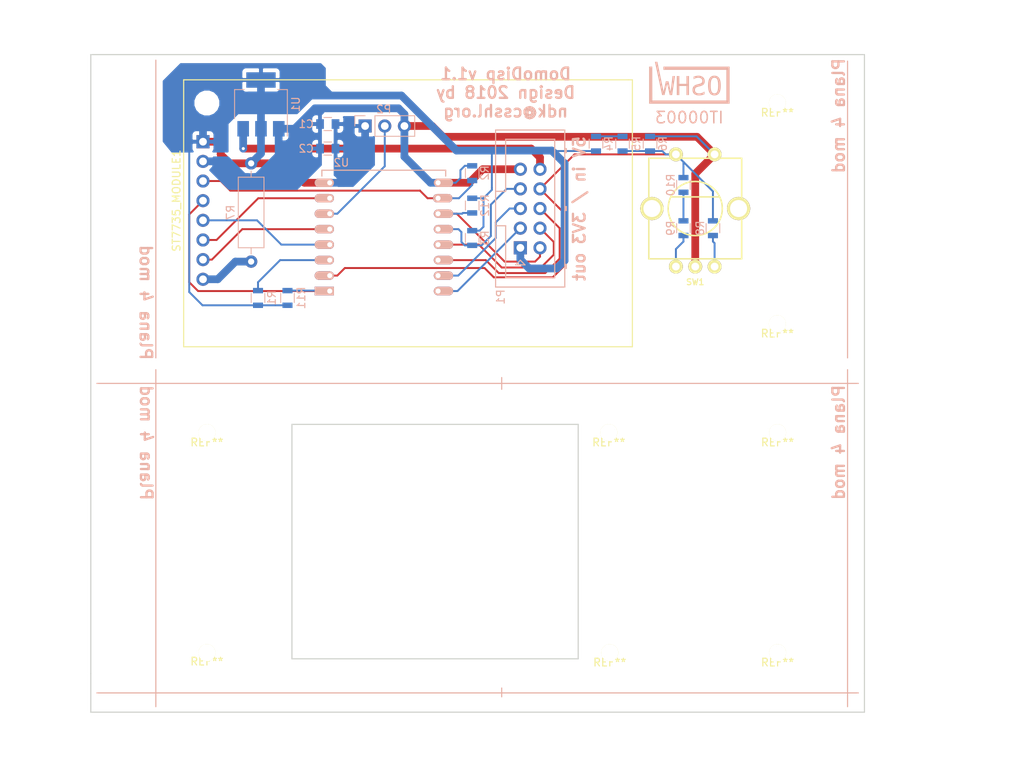
<source format=kicad_pcb>
(kicad_pcb (version 4) (host pcbnew 4.0.5+dfsg1-4)

  (general
    (links 52)
    (no_connects 0)
    (area 72.924999 68.924999 173.075001 154.075001)
    (thickness 1.6)
    (drawings 32)
    (tracks 197)
    (zones 0)
    (modules 30)
    (nets 23)
  )

  (page A4)
  (title_block
    (title DomoDisp)
    (date 2018-01-08)
    (rev 1.1)
    (company CSSHL.org)
  )

  (layers
    (0 F.Cu signal)
    (31 B.Cu signal)
    (32 B.Adhes user)
    (33 F.Adhes user)
    (34 B.Paste user)
    (35 F.Paste user)
    (36 B.SilkS user)
    (37 F.SilkS user)
    (38 B.Mask user)
    (39 F.Mask user)
    (40 Dwgs.User user)
    (41 Cmts.User user)
    (42 Eco1.User user)
    (43 Eco2.User user)
    (44 Edge.Cuts user)
    (45 Margin user)
    (46 B.CrtYd user)
    (47 F.CrtYd user)
    (48 B.Fab user hide)
    (49 F.Fab user)
  )

  (setup
    (last_trace_width 0.25)
    (user_trace_width 0.5)
    (user_trace_width 1)
    (user_trace_width 1.5)
    (user_trace_width 2)
    (trace_clearance 0.3)
    (zone_clearance 0.508)
    (zone_45_only yes)
    (trace_min 0.2)
    (segment_width 0.15)
    (edge_width 0.15)
    (via_size 0.6)
    (via_drill 0.4)
    (via_min_size 0.4)
    (via_min_drill 0.3)
    (uvia_size 0.3)
    (uvia_drill 0.1)
    (uvias_allowed no)
    (uvia_min_size 0.2)
    (uvia_min_drill 0.1)
    (pcb_text_width 0.3)
    (pcb_text_size 1.5 1.5)
    (mod_edge_width 0.15)
    (mod_text_size 1 1)
    (mod_text_width 0.15)
    (pad_size 2.2 2.2)
    (pad_drill 2.2)
    (pad_to_mask_clearance 0.2)
    (aux_axis_origin 0 0)
    (visible_elements FFFFFF7F)
    (pcbplotparams
      (layerselection 0x010fc_80000001)
      (usegerberextensions true)
      (excludeedgelayer true)
      (linewidth 0.100000)
      (plotframeref false)
      (viasonmask false)
      (mode 1)
      (useauxorigin false)
      (hpglpennumber 1)
      (hpglpenspeed 20)
      (hpglpendiameter 15)
      (hpglpenoverlay 2)
      (psnegative false)
      (psa4output false)
      (plotreference true)
      (plotvalue false)
      (plotinvisibletext false)
      (padsonsilk false)
      (subtractmaskfromsilk false)
      (outputformat 1)
      (mirror false)
      (drillshape 0)
      (scaleselection 1)
      (outputdirectory ../../../../../tmp/domodisp/))
  )

  (net 0 "")
  (net 1 +3V3)
  (net 2 GND)
  (net 3 /DBG)
  (net 4 /TXD)
  (net 5 /SCL)
  (net 6 /RXD)
  (net 7 /SDA)
  (net 8 /PROG)
  (net 9 /ADC)
  (net 10 +5V)
  (net 11 /D_LED)
  (net 12 "Net-(R8-Pad2)")
  (net 13 "Net-(R10-Pad2)")
  (net 14 "Net-(R9-Pad2)")
  (net 15 /D_CS)
  (net 16 /D_SDA)
  (net 17 /D_SCK)
  (net 18 "Net-(R4-Pad2)")
  (net 19 /RST)
  (net 20 /IO12)
  (net 21 "Net-(R1-Pad2)")
  (net 22 /D_A0)

  (net_class Default "Questo è il gruppo di collegamenti predefinito"
    (clearance 0.3)
    (trace_width 0.25)
    (via_dia 0.6)
    (via_drill 0.4)
    (uvia_dia 0.3)
    (uvia_drill 0.1)
    (add_net +3V3)
    (add_net +5V)
    (add_net /ADC)
    (add_net /DBG)
    (add_net /D_A0)
    (add_net /D_CS)
    (add_net /D_LED)
    (add_net /D_SCK)
    (add_net /D_SDA)
    (add_net /IO12)
    (add_net /PROG)
    (add_net /RST)
    (add_net /RXD)
    (add_net /SCL)
    (add_net /SDA)
    (add_net /TXD)
    (add_net GND)
    (add_net "Net-(R1-Pad2)")
    (add_net "Net-(R10-Pad2)")
    (add_net "Net-(R4-Pad2)")
    (add_net "Net-(R8-Pad2)")
    (add_net "Net-(R9-Pad2)")
  )

  (module Mounting_Holes:MountingHole_3-5mm (layer F.Cu) (tedit 5A35B562) (tstamp 5A35B6E0)
    (at 161.7472 103.7844)
    (descr "Mounting hole, Befestigungsbohrung, 3,5mm, No Annular, Kein Restring,")
    (tags "Mounting hole, Befestigungsbohrung, 3,5mm, No Annular, Kein Restring,")
    (fp_text reference REF** (at 0 1.27) (layer F.SilkS)
      (effects (font (size 1 1) (thickness 0.15)))
    )
    (fp_text value MountingHole_3-5mm (at 0 5.00126) (layer F.Fab) hide
      (effects (font (size 1 1) (thickness 0.15)))
    )
    (fp_circle (center 0 0) (end 3.5 0) (layer Cmts.User) (width 0.381))
    (pad "" np_thru_hole circle (at 0 0) (size 2.2 2.2) (drill 2.2) (layers *.Cu *.Mask F.SilkS))
  )

  (module Mounting_Holes:MountingHole_3-5mm (layer F.Cu) (tedit 5A35B562) (tstamp 5A35B6DB)
    (at 161.7472 75.2348)
    (descr "Mounting hole, Befestigungsbohrung, 3,5mm, No Annular, Kein Restring,")
    (tags "Mounting hole, Befestigungsbohrung, 3,5mm, No Annular, Kein Restring,")
    (fp_text reference REF** (at 0 1.27) (layer F.SilkS)
      (effects (font (size 1 1) (thickness 0.15)))
    )
    (fp_text value MountingHole_3-5mm (at 0 5.00126) (layer F.Fab) hide
      (effects (font (size 1 1) (thickness 0.15)))
    )
    (fp_circle (center 0 0) (end 3.5 0) (layer Cmts.User) (width 0.381))
    (pad "" np_thru_hole circle (at 0 0) (size 2.2 2.2) (drill 2.2) (layers *.Cu *.Mask F.SilkS))
  )

  (module Mounting_Holes:MountingHole_3-5mm (layer F.Cu) (tedit 5A35B562) (tstamp 5A35B6AA)
    (at 161.7726 117.856)
    (descr "Mounting hole, Befestigungsbohrung, 3,5mm, No Annular, Kein Restring,")
    (tags "Mounting hole, Befestigungsbohrung, 3,5mm, No Annular, Kein Restring,")
    (fp_text reference REF** (at 0 1.27) (layer F.SilkS)
      (effects (font (size 1 1) (thickness 0.15)))
    )
    (fp_text value MountingHole_3-5mm (at 0 5.00126) (layer F.Fab) hide
      (effects (font (size 1 1) (thickness 0.15)))
    )
    (fp_circle (center 0 0) (end 3.5 0) (layer Cmts.User) (width 0.381))
    (pad "" np_thru_hole circle (at 0 0) (size 2.2 2.2) (drill 2.2) (layers *.Cu *.Mask F.SilkS))
  )

  (module Mounting_Holes:MountingHole_3-5mm (layer F.Cu) (tedit 5A35B562) (tstamp 5A35B61A)
    (at 161.7726 146.304)
    (descr "Mounting hole, Befestigungsbohrung, 3,5mm, No Annular, Kein Restring,")
    (tags "Mounting hole, Befestigungsbohrung, 3,5mm, No Annular, Kein Restring,")
    (fp_text reference REF** (at 0 1.27) (layer F.SilkS)
      (effects (font (size 1 1) (thickness 0.15)))
    )
    (fp_text value MountingHole_3-5mm (at 0 5.00126) (layer F.Fab) hide
      (effects (font (size 1 1) (thickness 0.15)))
    )
    (fp_circle (center 0 0) (end 3.5 0) (layer Cmts.User) (width 0.381))
    (pad "" np_thru_hole circle (at 0 0) (size 2.2 2.2) (drill 2.2) (layers *.Cu *.Mask F.SilkS))
  )

  (module ESP8266:ESP-12 (layer B.Cu) (tedit 55BE5912) (tstamp 59F1F5B1)
    (at 103.886 99.568)
    (descr "Module, ESP-8266, ESP-12, 16 pad, SMD")
    (tags "Module ESP-8266 ESP8266")
    (path /59F1DF5B)
    (fp_text reference U2 (at 1.5 -16.6) (layer B.SilkS)
      (effects (font (size 1 1) (thickness 0.15)) (justify mirror))
    )
    (fp_text value ESP-12 (at 6.992 -1) (layer B.Fab)
      (effects (font (size 1 1) (thickness 0.15)) (justify mirror))
    )
    (fp_line (start -2.25 0.5) (end -2.25 8.75) (layer B.CrtYd) (width 0.05))
    (fp_line (start -2.25 8.75) (end 15.25 8.75) (layer B.CrtYd) (width 0.05))
    (fp_line (start 15.25 8.75) (end 16.25 8.75) (layer B.CrtYd) (width 0.05))
    (fp_line (start 16.25 8.75) (end 16.25 -16) (layer B.CrtYd) (width 0.05))
    (fp_line (start 16.25 -16) (end -2.25 -16) (layer B.CrtYd) (width 0.05))
    (fp_line (start -2.25 -16) (end -2.25 0.5) (layer B.CrtYd) (width 0.05))
    (fp_line (start -1.016 8.382) (end 14.986 8.382) (layer B.CrtYd) (width 0.1524))
    (fp_line (start 14.986 8.382) (end 14.986 0.889) (layer B.CrtYd) (width 0.1524))
    (fp_line (start -1.016 8.382) (end -1.016 1.016) (layer B.CrtYd) (width 0.1524))
    (fp_line (start -1.016 -14.859) (end -1.016 -15.621) (layer B.SilkS) (width 0.1524))
    (fp_line (start -1.016 -15.621) (end 14.986 -15.621) (layer B.SilkS) (width 0.1524))
    (fp_line (start 14.986 -15.621) (end 14.986 -14.859) (layer B.SilkS) (width 0.1524))
    (fp_line (start 14.992 8.4) (end -1.008 2.6) (layer B.CrtYd) (width 0.1524))
    (fp_line (start -1.008 8.4) (end 14.992 2.6) (layer B.CrtYd) (width 0.1524))
    (fp_text user "No Copper" (at 6.892 5.4) (layer B.CrtYd)
      (effects (font (size 1 1) (thickness 0.15)) (justify mirror))
    )
    (fp_line (start -1.008 2.6) (end 14.992 2.6) (layer B.CrtYd) (width 0.1524))
    (fp_line (start 15 8.4) (end 15 -15.6) (layer B.Fab) (width 0.05))
    (fp_line (start 14.992 -15.6) (end -1.008 -15.6) (layer B.Fab) (width 0.05))
    (fp_line (start -1.008 -15.6) (end -1.008 8.4) (layer B.Fab) (width 0.05))
    (fp_line (start -1.008 8.4) (end 14.992 8.4) (layer B.Fab) (width 0.05))
    (pad 1 thru_hole rect (at 0 0) (size 2.5 1.1) (drill 0.65 (offset -0.7 0)) (layers *.Cu *.Mask B.SilkS)
      (net 19 /RST))
    (pad 2 thru_hole oval (at 0 -2) (size 2.5 1.1) (drill 0.65 (offset -0.7 0)) (layers *.Cu *.Mask B.SilkS)
      (net 9 /ADC))
    (pad 3 thru_hole oval (at 0 -4) (size 2.5 1.1) (drill 0.65 (offset -0.7 0)) (layers *.Cu *.Mask B.SilkS)
      (net 21 "Net-(R1-Pad2)"))
    (pad 4 thru_hole oval (at 0 -6) (size 2.5 1.1) (drill 0.65 (offset -0.7 0)) (layers *.Cu *.Mask B.SilkS)
      (net 22 /D_A0))
    (pad 5 thru_hole oval (at 0 -8) (size 2.5 1.1) (drill 0.65 (offset -0.7 0)) (layers *.Cu *.Mask B.SilkS)
      (net 17 /D_SCK))
    (pad 6 thru_hole oval (at 0 -10) (size 2.5 1.1) (drill 0.65 (offset -0.7 0)) (layers *.Cu *.Mask B.SilkS)
      (net 20 /IO12))
    (pad 7 thru_hole oval (at 0 -12) (size 2.5 1.1) (drill 0.65 (offset -0.7 0)) (layers *.Cu *.Mask B.SilkS)
      (net 16 /D_SDA))
    (pad 8 thru_hole oval (at 0 -14) (size 2.5 1.1) (drill 0.65 (offset -0.7 0)) (layers *.Cu *.Mask B.SilkS)
      (net 1 +3V3))
    (pad 9 thru_hole oval (at 14 -14) (size 2.5 1.1) (drill 0.65 (offset 0.7 0)) (layers *.Cu *.Mask B.SilkS)
      (net 2 GND))
    (pad 10 thru_hole oval (at 14 -12) (size 2.5 1.1) (drill 0.65 (offset 0.6 0)) (layers *.Cu *.Mask B.SilkS)
      (net 15 /D_CS))
    (pad 11 thru_hole oval (at 14 -10) (size 2.5 1.1) (drill 0.65 (offset 0.7 0)) (layers *.Cu *.Mask B.SilkS)
      (net 3 /DBG))
    (pad 12 thru_hole oval (at 14 -8) (size 2.5 1.1) (drill 0.65 (offset 0.7 0)) (layers *.Cu *.Mask B.SilkS)
      (net 8 /PROG))
    (pad 13 thru_hole oval (at 14 -6) (size 2.5 1.1) (drill 0.65 (offset 0.7 0)) (layers *.Cu *.Mask B.SilkS)
      (net 5 /SCL))
    (pad 14 thru_hole oval (at 14 -4) (size 2.5 1.1) (drill 0.65 (offset 0.7 0)) (layers *.Cu *.Mask B.SilkS)
      (net 7 /SDA))
    (pad 15 thru_hole oval (at 14 -2) (size 2.5 1.1) (drill 0.65 (offset 0.7 0)) (layers *.Cu *.Mask B.SilkS)
      (net 6 /RXD))
    (pad 16 thru_hole oval (at 14 0) (size 2.5 1.1) (drill 0.65 (offset 0.7 0)) (layers *.Cu *.Mask B.SilkS)
      (net 4 /TXD))
    (model ../../../../../home/ndk/Dropbox/Applicazioni/Kicad/Libraries/ESP8266.3dshapes/ESP-12.wrl
      (at (xyz 0 0 0))
      (scale (xyz 0.395 0.395 0.395))
      (rotate (xyz 0 0 0))
    )
  )

  (module "AAA mie lib verificate:rotary-encoder" locked (layer F.Cu) (tedit 59F1F92D) (tstamp 59F1F595)
    (at 151.13 88.9)
    (path /59F0F66B)
    (fp_text reference SW1 (at 0 9.5) (layer F.SilkS)
      (effects (font (size 0.762 0.762) (thickness 0.1524)))
    )
    (fp_text value Rotary_Encoder_Switch (at 0 0) (layer F.SilkS) hide
      (effects (font (size 0.762 0.762) (thickness 0.1524)))
    )
    (fp_line (start 3 -1.5) (end -3 -1.5) (layer F.SilkS) (width 0.2032))
    (fp_circle (center 0 0) (end 3.5 0) (layer F.SilkS) (width 0.2032))
    (fp_line (start 6 6.5) (end -6 6.5) (layer F.SilkS) (width 0.2032))
    (fp_line (start -6 6.5) (end -6 -6.5) (layer F.SilkS) (width 0.2032))
    (fp_line (start -6 -6.5) (end 6 -6.5) (layer F.SilkS) (width 0.2032))
    (fp_line (start 6 -6.5) (end 6 6.5) (layer F.SilkS) (width 0.2032))
    (pad 5 thru_hole circle (at -2.5 -7) (size 1.8 1.8) (drill 1) (layers *.Cu *.Mask F.SilkS)
      (net 9 /ADC))
    (pad 1 thru_hole circle (at -2.5 7.5) (size 1.8 1.8) (drill 1) (layers *.Cu *.Mask F.SilkS)
      (net 14 "Net-(R9-Pad2)"))
    (pad 2 thru_hole circle (at 0 7.5) (size 1.8 1.8) (drill 1) (layers *.Cu *.Mask F.SilkS)
      (net 2 GND))
    (pad 3 thru_hole circle (at 2.5 7.5) (size 1.8 1.8) (drill 1) (layers *.Cu *.Mask F.SilkS)
      (net 12 "Net-(R8-Pad2)"))
    (pad 4 thru_hole circle (at 2.5 -7) (size 1.8 1.8) (drill 1) (layers *.Cu *.Mask F.SilkS)
      (net 2 GND))
    (pad "" thru_hole circle (at 5.6 0) (size 3 3) (drill 2.2) (layers *.Cu *.Mask F.SilkS))
    (pad "" thru_hole circle (at -5.6 0) (size 3 3) (drill 2.2) (layers *.Cu *.Mask F.SilkS))
  )

  (module Capacitors_SMD:C_0805 (layer B.Cu) (tedit 5A19C508) (tstamp 59F1F52E)
    (at 103.632 77.978 180)
    (descr "Capacitor SMD 0805, reflow soldering, AVX (see smccp.pdf)")
    (tags "capacitor 0805")
    (path /59F1F3CC)
    (attr smd)
    (fp_text reference C1 (at 2.794 0 180) (layer B.SilkS)
      (effects (font (size 1 1) (thickness 0.15)) (justify mirror))
    )
    (fp_text value C (at 0 -1.75 180) (layer B.Fab) hide
      (effects (font (size 1 1) (thickness 0.15)) (justify mirror))
    )
    (fp_text user %R (at 0 -1.524 180) (layer B.Fab)
      (effects (font (size 1 1) (thickness 0.15)) (justify mirror))
    )
    (fp_line (start -1 -0.62) (end -1 0.62) (layer B.Fab) (width 0.1))
    (fp_line (start 1 -0.62) (end -1 -0.62) (layer B.Fab) (width 0.1))
    (fp_line (start 1 0.62) (end 1 -0.62) (layer B.Fab) (width 0.1))
    (fp_line (start -1 0.62) (end 1 0.62) (layer B.Fab) (width 0.1))
    (fp_line (start 0.5 0.85) (end -0.5 0.85) (layer B.SilkS) (width 0.12))
    (fp_line (start -0.5 -0.85) (end 0.5 -0.85) (layer B.SilkS) (width 0.12))
    (fp_line (start -1.75 0.88) (end 1.75 0.88) (layer B.CrtYd) (width 0.05))
    (fp_line (start -1.75 0.88) (end -1.75 -0.87) (layer B.CrtYd) (width 0.05))
    (fp_line (start 1.75 -0.87) (end 1.75 0.88) (layer B.CrtYd) (width 0.05))
    (fp_line (start 1.75 -0.87) (end -1.75 -0.87) (layer B.CrtYd) (width 0.05))
    (pad 1 smd rect (at -1 0 180) (size 1 1.25) (layers B.Cu B.Paste B.Mask)
      (net 1 +3V3))
    (pad 2 smd rect (at 1 0 180) (size 1 1.25) (layers B.Cu B.Paste B.Mask)
      (net 2 GND))
    (model Capacitors_SMD.3dshapes/C_0805.wrl
      (at (xyz 0 0 0))
      (scale (xyz 1 1 1))
      (rotate (xyz 0 0 0))
    )
  )

  (module Capacitors_SMD:C_0805 (layer B.Cu) (tedit 5A19C503) (tstamp 59F1F534)
    (at 103.632 81.153 180)
    (descr "Capacitor SMD 0805, reflow soldering, AVX (see smccp.pdf)")
    (tags "capacitor 0805")
    (path /59F1F370)
    (attr smd)
    (fp_text reference C2 (at 2.794 0 180) (layer B.SilkS)
      (effects (font (size 1 1) (thickness 0.15)) (justify mirror))
    )
    (fp_text value C (at 0 -1.75 180) (layer B.Fab) hide
      (effects (font (size 1 1) (thickness 0.15)) (justify mirror))
    )
    (fp_text user %R (at 0 1.5 180) (layer B.Fab)
      (effects (font (size 1 1) (thickness 0.15)) (justify mirror))
    )
    (fp_line (start -1 -0.62) (end -1 0.62) (layer B.Fab) (width 0.1))
    (fp_line (start 1 -0.62) (end -1 -0.62) (layer B.Fab) (width 0.1))
    (fp_line (start 1 0.62) (end 1 -0.62) (layer B.Fab) (width 0.1))
    (fp_line (start -1 0.62) (end 1 0.62) (layer B.Fab) (width 0.1))
    (fp_line (start 0.5 0.85) (end -0.5 0.85) (layer B.SilkS) (width 0.12))
    (fp_line (start -0.5 -0.85) (end 0.5 -0.85) (layer B.SilkS) (width 0.12))
    (fp_line (start -1.75 0.88) (end 1.75 0.88) (layer B.CrtYd) (width 0.05))
    (fp_line (start -1.75 0.88) (end -1.75 -0.87) (layer B.CrtYd) (width 0.05))
    (fp_line (start 1.75 -0.87) (end 1.75 0.88) (layer B.CrtYd) (width 0.05))
    (fp_line (start 1.75 -0.87) (end -1.75 -0.87) (layer B.CrtYd) (width 0.05))
    (pad 1 smd rect (at -1 0 180) (size 1 1.25) (layers B.Cu B.Paste B.Mask)
      (net 1 +3V3))
    (pad 2 smd rect (at 1 0 180) (size 1 1.25) (layers B.Cu B.Paste B.Mask)
      (net 2 GND))
    (model Capacitors_SMD.3dshapes/C_0805.wrl
      (at (xyz 0 0 0))
      (scale (xyz 1 1 1))
      (rotate (xyz 0 0 0))
    )
  )

  (module Connectors_Multicomp:Multicomp_MC9A12-1034_2x05x2.54mm_Straight (layer B.Cu) (tedit 5A3E56D7) (tstamp 59F1F542)
    (at 128.524 93.98 90)
    (descr http://www.farnell.com/datasheets/1520732.pdf)
    (tags "connector multicomp MC9A MC9A12")
    (path /59F1E0E5)
    (fp_text reference P1 (at -6.35 -2.54 90) (layer B.SilkS)
      (effects (font (size 1 1) (thickness 0.15)) (justify mirror))
    )
    (fp_text value CONN_02X05 (at 5.08 -5 90) (layer B.Fab) hide
      (effects (font (size 1 1) (thickness 0.15)) (justify mirror))
    )
    (fp_line (start -5.07 -3.2) (end -5.07 5.74) (layer B.SilkS) (width 0.15))
    (fp_line (start -5.07 5.74) (end 15.23 5.74) (layer B.SilkS) (width 0.15))
    (fp_line (start 15.23 5.74) (end 15.23 -3.2) (layer B.SilkS) (width 0.15))
    (fp_line (start 15.23 -3.2) (end -5.07 -3.2) (layer B.SilkS) (width 0.15))
    (fp_line (start 2.855 -3.2) (end 2.855 -1.9) (layer B.SilkS) (width 0.15))
    (fp_line (start 2.855 -1.9) (end -3.87 -1.9) (layer B.SilkS) (width 0.15))
    (fp_line (start -3.87 -1.9) (end -3.87 4.44) (layer B.SilkS) (width 0.15))
    (fp_line (start -3.87 4.44) (end 14.03 4.44) (layer B.SilkS) (width 0.15))
    (fp_line (start 14.03 4.44) (end 14.03 -1.9) (layer B.SilkS) (width 0.15))
    (fp_line (start 14.03 -1.9) (end 7.305 -1.9) (layer B.SilkS) (width 0.15))
    (fp_line (start 7.305 -1.9) (end 7.305 -3.2) (layer B.SilkS) (width 0.15))
    (fp_line (start 4.83 5.74) (end 4.83 5.94) (layer B.SilkS) (width 0.15))
    (fp_line (start 4.83 5.94) (end 5.33 5.94) (layer B.SilkS) (width 0.15))
    (fp_line (start 5.33 5.94) (end 5.33 5.74) (layer B.SilkS) (width 0.15))
    (fp_line (start 4.83 5.84) (end 5.33 5.84) (layer B.SilkS) (width 0.15))
    (fp_line (start 12.31 5.74) (end 12.31 5.94) (layer B.SilkS) (width 0.15))
    (fp_line (start 12.31 5.94) (end 12.81 5.94) (layer B.SilkS) (width 0.15))
    (fp_line (start 12.81 5.94) (end 12.81 5.74) (layer B.SilkS) (width 0.15))
    (fp_line (start 12.31 5.84) (end 12.81 5.84) (layer B.SilkS) (width 0.15))
    (fp_line (start -2.65 5.74) (end -2.65 5.94) (layer B.SilkS) (width 0.15))
    (fp_line (start -2.65 5.94) (end -2.15 5.94) (layer B.SilkS) (width 0.15))
    (fp_line (start -2.15 5.94) (end -2.15 5.74) (layer B.SilkS) (width 0.15))
    (fp_line (start -2.65 5.84) (end -2.15 5.84) (layer B.SilkS) (width 0.15))
    (fp_line (start -2.2 -0.6) (end -2.2 0.6) (layer B.SilkS) (width 0.15))
    (fp_line (start -2.2 0.6) (end -1.6 0) (layer B.SilkS) (width 0.15))
    (fp_line (start -1.6 0) (end -2.2 -0.6) (layer B.SilkS) (width 0.15))
    (fp_line (start -5.55 -3.7) (end -5.55 6.25) (layer B.CrtYd) (width 0.05))
    (fp_line (start -5.55 6.25) (end 15.75 6.25) (layer B.CrtYd) (width 0.05))
    (fp_line (start 15.75 6.25) (end 15.75 -3.7) (layer B.CrtYd) (width 0.05))
    (fp_line (start 15.75 -3.7) (end -5.55 -3.7) (layer B.CrtYd) (width 0.05))
    (pad 1 thru_hole rect (at 0 0 90) (size 1.7 1.7) (drill 1) (layers *.Cu *.Mask)
      (net 1 +3V3))
    (pad 2 thru_hole circle (at 0 2.54 90) (size 1.7 1.7) (drill 1) (layers *.Cu *.Mask)
      (net 3 /DBG))
    (pad 3 thru_hole circle (at 2.54 0 90) (size 1.7 1.7) (drill 1) (layers *.Cu *.Mask)
      (net 4 /TXD))
    (pad 4 thru_hole circle (at 2.54 2.54 90) (size 1.7 1.7) (drill 1) (layers *.Cu *.Mask)
      (net 5 /SCL))
    (pad 5 thru_hole circle (at 5.08 0 90) (size 1.7 1.7) (drill 1) (layers *.Cu *.Mask)
      (net 6 /RXD))
    (pad 6 thru_hole circle (at 5.08 2.54 90) (size 1.7 1.7) (drill 1) (layers *.Cu *.Mask)
      (net 7 /SDA))
    (pad 7 thru_hole circle (at 7.62 0 90) (size 1.7 1.7) (drill 1) (layers *.Cu *.Mask)
      (net 8 /PROG))
    (pad 8 thru_hole circle (at 7.62 2.54 90) (size 1.7 1.7) (drill 1) (layers *.Cu *.Mask)
      (net 9 /ADC))
    (pad 9 thru_hole circle (at 10.16 0 90) (size 1.7 1.7) (drill 1) (layers *.Cu *.Mask)
      (net 2 GND))
    (pad 10 thru_hole circle (at 10.16 2.54 90) (size 1.7 1.7) (drill 1) (layers *.Cu *.Mask)
      (net 10 +5V))
  )

  (module Resistors_SMD:R_0805 (layer B.Cu) (tedit 5A3E5A21) (tstamp 59F1F554)
    (at 122.301 92.71 270)
    (descr "Resistor SMD 0805, reflow soldering, Vishay (see dcrcw.pdf)")
    (tags "resistor 0805")
    (path /59F20062)
    (attr smd)
    (fp_text reference R3 (at 0 -1.651 270) (layer B.SilkS)
      (effects (font (size 1 1) (thickness 0.15)) (justify mirror))
    )
    (fp_text value 10k (at 0 -1.75 270) (layer B.Fab) hide
      (effects (font (size 1 1) (thickness 0.15)) (justify mirror))
    )
    (fp_text user %R (at 0 0 270) (layer B.Fab)
      (effects (font (size 0.5 0.5) (thickness 0.075)) (justify mirror))
    )
    (fp_line (start -1 -0.62) (end -1 0.62) (layer B.Fab) (width 0.1))
    (fp_line (start 1 -0.62) (end -1 -0.62) (layer B.Fab) (width 0.1))
    (fp_line (start 1 0.62) (end 1 -0.62) (layer B.Fab) (width 0.1))
    (fp_line (start -1 0.62) (end 1 0.62) (layer B.Fab) (width 0.1))
    (fp_line (start 0.6 -0.88) (end -0.6 -0.88) (layer B.SilkS) (width 0.12))
    (fp_line (start -0.6 0.88) (end 0.6 0.88) (layer B.SilkS) (width 0.12))
    (fp_line (start -1.55 0.9) (end 1.55 0.9) (layer B.CrtYd) (width 0.05))
    (fp_line (start -1.55 0.9) (end -1.55 -0.9) (layer B.CrtYd) (width 0.05))
    (fp_line (start 1.55 -0.9) (end 1.55 0.9) (layer B.CrtYd) (width 0.05))
    (fp_line (start 1.55 -0.9) (end -1.55 -0.9) (layer B.CrtYd) (width 0.05))
    (pad 1 smd rect (at -0.95 0 270) (size 0.7 1.3) (layers B.Cu B.Paste B.Mask)
      (net 1 +3V3))
    (pad 2 smd rect (at 0.95 0 270) (size 0.7 1.3) (layers B.Cu B.Paste B.Mask)
      (net 8 /PROG))
    (model ${KISYS3DMOD}/Resistors_SMD.3dshapes/R_0805.wrl
      (at (xyz 0 0 0))
      (scale (xyz 1 1 1))
      (rotate (xyz 0 0 0))
    )
  )

  (module Resistors_SMD:R_0805 (layer B.Cu) (tedit 59F36486) (tstamp 59F1F55A)
    (at 138.303 80.518 90)
    (descr "Resistor SMD 0805, reflow soldering, Vishay (see dcrcw.pdf)")
    (tags "resistor 0805")
    (path /59F0F7E0)
    (attr smd)
    (fp_text reference R4 (at 0 1.65 90) (layer B.SilkS)
      (effects (font (size 1 1) (thickness 0.15)) (justify mirror))
    )
    (fp_text value "10k 1%" (at 0 -1.75 90) (layer B.Fab) hide
      (effects (font (size 1 1) (thickness 0.15)) (justify mirror))
    )
    (fp_text user %R (at 0 0 90) (layer B.Fab)
      (effects (font (size 0.5 0.5) (thickness 0.075)) (justify mirror))
    )
    (fp_line (start -1 -0.62) (end -1 0.62) (layer B.Fab) (width 0.1))
    (fp_line (start 1 -0.62) (end -1 -0.62) (layer B.Fab) (width 0.1))
    (fp_line (start 1 0.62) (end 1 -0.62) (layer B.Fab) (width 0.1))
    (fp_line (start -1 0.62) (end 1 0.62) (layer B.Fab) (width 0.1))
    (fp_line (start 0.6 -0.88) (end -0.6 -0.88) (layer B.SilkS) (width 0.12))
    (fp_line (start -0.6 0.88) (end 0.6 0.88) (layer B.SilkS) (width 0.12))
    (fp_line (start -1.55 0.9) (end 1.55 0.9) (layer B.CrtYd) (width 0.05))
    (fp_line (start -1.55 0.9) (end -1.55 -0.9) (layer B.CrtYd) (width 0.05))
    (fp_line (start 1.55 -0.9) (end 1.55 0.9) (layer B.CrtYd) (width 0.05))
    (fp_line (start 1.55 -0.9) (end -1.55 -0.9) (layer B.CrtYd) (width 0.05))
    (pad 1 smd rect (at -0.95 0 90) (size 0.7 1.3) (layers B.Cu B.Paste B.Mask)
      (net 1 +3V3))
    (pad 2 smd rect (at 0.95 0 90) (size 0.7 1.3) (layers B.Cu B.Paste B.Mask)
      (net 18 "Net-(R4-Pad2)"))
    (model ${KISYS3DMOD}/Resistors_SMD.3dshapes/R_0805.wrl
      (at (xyz 0 0 0))
      (scale (xyz 1 1 1))
      (rotate (xyz 0 0 0))
    )
  )

  (module Resistors_SMD:R_0805 (layer B.Cu) (tedit 5A3E2C15) (tstamp 59F1F560)
    (at 141.732 80.518 270)
    (descr "Resistor SMD 0805, reflow soldering, Vishay (see dcrcw.pdf)")
    (tags "resistor 0805")
    (path /59F0F7FB)
    (attr smd)
    (fp_text reference R5 (at 0 -1.778 270) (layer B.SilkS)
      (effects (font (size 1 1) (thickness 0.15)) (justify mirror))
    )
    (fp_text value "10k 1%" (at 0 -1.75 270) (layer B.Fab) hide
      (effects (font (size 1 1) (thickness 0.15)) (justify mirror))
    )
    (fp_text user %R (at 0 0 270) (layer B.Fab)
      (effects (font (size 0.5 0.5) (thickness 0.075)) (justify mirror))
    )
    (fp_line (start -1 -0.62) (end -1 0.62) (layer B.Fab) (width 0.1))
    (fp_line (start 1 -0.62) (end -1 -0.62) (layer B.Fab) (width 0.1))
    (fp_line (start 1 0.62) (end 1 -0.62) (layer B.Fab) (width 0.1))
    (fp_line (start -1 0.62) (end 1 0.62) (layer B.Fab) (width 0.1))
    (fp_line (start 0.6 -0.88) (end -0.6 -0.88) (layer B.SilkS) (width 0.12))
    (fp_line (start -0.6 0.88) (end 0.6 0.88) (layer B.SilkS) (width 0.12))
    (fp_line (start -1.55 0.9) (end 1.55 0.9) (layer B.CrtYd) (width 0.05))
    (fp_line (start -1.55 0.9) (end -1.55 -0.9) (layer B.CrtYd) (width 0.05))
    (fp_line (start 1.55 -0.9) (end 1.55 0.9) (layer B.CrtYd) (width 0.05))
    (fp_line (start 1.55 -0.9) (end -1.55 -0.9) (layer B.CrtYd) (width 0.05))
    (pad 1 smd rect (at -0.95 0 270) (size 0.7 1.3) (layers B.Cu B.Paste B.Mask)
      (net 18 "Net-(R4-Pad2)"))
    (pad 2 smd rect (at 0.95 0 270) (size 0.7 1.3) (layers B.Cu B.Paste B.Mask)
      (net 9 /ADC))
    (model ${KISYS3DMOD}/Resistors_SMD.3dshapes/R_0805.wrl
      (at (xyz 0 0 0))
      (scale (xyz 1 1 1))
      (rotate (xyz 0 0 0))
    )
  )

  (module Resistors_SMD:R_0805 (layer B.Cu) (tedit 59F36492) (tstamp 59F1F566)
    (at 145.288 80.518 90)
    (descr "Resistor SMD 0805, reflow soldering, Vishay (see dcrcw.pdf)")
    (tags "resistor 0805")
    (path /59F0F834)
    (attr smd)
    (fp_text reference R6 (at 0 1.65 90) (layer B.SilkS)
      (effects (font (size 1 1) (thickness 0.15)) (justify mirror))
    )
    (fp_text value "10k 1%" (at 0 -1.75 90) (layer B.Fab) hide
      (effects (font (size 1 1) (thickness 0.15)) (justify mirror))
    )
    (fp_text user %R (at 0 0 90) (layer B.Fab)
      (effects (font (size 0.5 0.5) (thickness 0.075)) (justify mirror))
    )
    (fp_line (start -1 -0.62) (end -1 0.62) (layer B.Fab) (width 0.1))
    (fp_line (start 1 -0.62) (end -1 -0.62) (layer B.Fab) (width 0.1))
    (fp_line (start 1 0.62) (end 1 -0.62) (layer B.Fab) (width 0.1))
    (fp_line (start -1 0.62) (end 1 0.62) (layer B.Fab) (width 0.1))
    (fp_line (start 0.6 -0.88) (end -0.6 -0.88) (layer B.SilkS) (width 0.12))
    (fp_line (start -0.6 0.88) (end 0.6 0.88) (layer B.SilkS) (width 0.12))
    (fp_line (start -1.55 0.9) (end 1.55 0.9) (layer B.CrtYd) (width 0.05))
    (fp_line (start -1.55 0.9) (end -1.55 -0.9) (layer B.CrtYd) (width 0.05))
    (fp_line (start 1.55 -0.9) (end 1.55 0.9) (layer B.CrtYd) (width 0.05))
    (fp_line (start 1.55 -0.9) (end -1.55 -0.9) (layer B.CrtYd) (width 0.05))
    (pad 1 smd rect (at -0.95 0 90) (size 0.7 1.3) (layers B.Cu B.Paste B.Mask)
      (net 9 /ADC))
    (pad 2 smd rect (at 0.95 0 90) (size 0.7 1.3) (layers B.Cu B.Paste B.Mask)
      (net 2 GND))
    (model ${KISYS3DMOD}/Resistors_SMD.3dshapes/R_0805.wrl
      (at (xyz 0 0 0))
      (scale (xyz 1 1 1))
      (rotate (xyz 0 0 0))
    )
  )

  (module Resistors_SMD:R_0805 (layer B.Cu) (tedit 59F36498) (tstamp 59F1F572)
    (at 153.416 91.44 270)
    (descr "Resistor SMD 0805, reflow soldering, Vishay (see dcrcw.pdf)")
    (tags "resistor 0805")
    (path /59F0F9B7)
    (attr smd)
    (fp_text reference R8 (at 0 1.65 270) (layer B.SilkS)
      (effects (font (size 1 1) (thickness 0.15)) (justify mirror))
    )
    (fp_text value "10k 1%" (at 0 -1.75 270) (layer B.Fab) hide
      (effects (font (size 1 1) (thickness 0.15)) (justify mirror))
    )
    (fp_text user %R (at 0 0 270) (layer B.Fab)
      (effects (font (size 0.5 0.5) (thickness 0.075)) (justify mirror))
    )
    (fp_line (start -1 -0.62) (end -1 0.62) (layer B.Fab) (width 0.1))
    (fp_line (start 1 -0.62) (end -1 -0.62) (layer B.Fab) (width 0.1))
    (fp_line (start 1 0.62) (end 1 -0.62) (layer B.Fab) (width 0.1))
    (fp_line (start -1 0.62) (end 1 0.62) (layer B.Fab) (width 0.1))
    (fp_line (start 0.6 -0.88) (end -0.6 -0.88) (layer B.SilkS) (width 0.12))
    (fp_line (start -0.6 0.88) (end 0.6 0.88) (layer B.SilkS) (width 0.12))
    (fp_line (start -1.55 0.9) (end 1.55 0.9) (layer B.CrtYd) (width 0.05))
    (fp_line (start -1.55 0.9) (end -1.55 -0.9) (layer B.CrtYd) (width 0.05))
    (fp_line (start 1.55 -0.9) (end 1.55 0.9) (layer B.CrtYd) (width 0.05))
    (fp_line (start 1.55 -0.9) (end -1.55 -0.9) (layer B.CrtYd) (width 0.05))
    (pad 1 smd rect (at -0.95 0 270) (size 0.7 1.3) (layers B.Cu B.Paste B.Mask)
      (net 9 /ADC))
    (pad 2 smd rect (at 0.95 0 270) (size 0.7 1.3) (layers B.Cu B.Paste B.Mask)
      (net 12 "Net-(R8-Pad2)"))
    (model ${KISYS3DMOD}/Resistors_SMD.3dshapes/R_0805.wrl
      (at (xyz 0 0 0))
      (scale (xyz 1 1 1))
      (rotate (xyz 0 0 0))
    )
  )

  (module Resistors_SMD:R_0805 (layer B.Cu) (tedit 59F364A1) (tstamp 59F1F578)
    (at 149.606 91.44 270)
    (descr "Resistor SMD 0805, reflow soldering, Vishay (see dcrcw.pdf)")
    (tags "resistor 0805")
    (path /59F0F97A)
    (attr smd)
    (fp_text reference R9 (at 0 1.65 270) (layer B.SilkS)
      (effects (font (size 1 1) (thickness 0.15)) (justify mirror))
    )
    (fp_text value "10k 1%" (at 0 -1.75 270) (layer B.Fab) hide
      (effects (font (size 1 1) (thickness 0.15)) (justify mirror))
    )
    (fp_text user %R (at 0 0 270) (layer B.Fab)
      (effects (font (size 0.5 0.5) (thickness 0.075)) (justify mirror))
    )
    (fp_line (start -1 -0.62) (end -1 0.62) (layer B.Fab) (width 0.1))
    (fp_line (start 1 -0.62) (end -1 -0.62) (layer B.Fab) (width 0.1))
    (fp_line (start 1 0.62) (end 1 -0.62) (layer B.Fab) (width 0.1))
    (fp_line (start -1 0.62) (end 1 0.62) (layer B.Fab) (width 0.1))
    (fp_line (start 0.6 -0.88) (end -0.6 -0.88) (layer B.SilkS) (width 0.12))
    (fp_line (start -0.6 0.88) (end 0.6 0.88) (layer B.SilkS) (width 0.12))
    (fp_line (start -1.55 0.9) (end 1.55 0.9) (layer B.CrtYd) (width 0.05))
    (fp_line (start -1.55 0.9) (end -1.55 -0.9) (layer B.CrtYd) (width 0.05))
    (fp_line (start 1.55 -0.9) (end 1.55 0.9) (layer B.CrtYd) (width 0.05))
    (fp_line (start 1.55 -0.9) (end -1.55 -0.9) (layer B.CrtYd) (width 0.05))
    (pad 1 smd rect (at -0.95 0 270) (size 0.7 1.3) (layers B.Cu B.Paste B.Mask)
      (net 13 "Net-(R10-Pad2)"))
    (pad 2 smd rect (at 0.95 0 270) (size 0.7 1.3) (layers B.Cu B.Paste B.Mask)
      (net 14 "Net-(R9-Pad2)"))
    (model ${KISYS3DMOD}/Resistors_SMD.3dshapes/R_0805.wrl
      (at (xyz 0 0 0))
      (scale (xyz 1 1 1))
      (rotate (xyz 0 0 0))
    )
  )

  (module Resistors_SMD:R_0805 (layer B.Cu) (tedit 59F3649C) (tstamp 59F1F57E)
    (at 149.606 85.852 270)
    (descr "Resistor SMD 0805, reflow soldering, Vishay (see dcrcw.pdf)")
    (tags "resistor 0805")
    (path /59F1E557)
    (attr smd)
    (fp_text reference R10 (at 0 1.65 270) (layer B.SilkS)
      (effects (font (size 1 1) (thickness 0.15)) (justify mirror))
    )
    (fp_text value "10k 1%" (at 0 -1.75 270) (layer B.Fab) hide
      (effects (font (size 1 1) (thickness 0.15)) (justify mirror))
    )
    (fp_text user %R (at 0 0 270) (layer B.Fab)
      (effects (font (size 0.5 0.5) (thickness 0.075)) (justify mirror))
    )
    (fp_line (start -1 -0.62) (end -1 0.62) (layer B.Fab) (width 0.1))
    (fp_line (start 1 -0.62) (end -1 -0.62) (layer B.Fab) (width 0.1))
    (fp_line (start 1 0.62) (end 1 -0.62) (layer B.Fab) (width 0.1))
    (fp_line (start -1 0.62) (end 1 0.62) (layer B.Fab) (width 0.1))
    (fp_line (start 0.6 -0.88) (end -0.6 -0.88) (layer B.SilkS) (width 0.12))
    (fp_line (start -0.6 0.88) (end 0.6 0.88) (layer B.SilkS) (width 0.12))
    (fp_line (start -1.55 0.9) (end 1.55 0.9) (layer B.CrtYd) (width 0.05))
    (fp_line (start -1.55 0.9) (end -1.55 -0.9) (layer B.CrtYd) (width 0.05))
    (fp_line (start 1.55 -0.9) (end 1.55 0.9) (layer B.CrtYd) (width 0.05))
    (fp_line (start 1.55 -0.9) (end -1.55 -0.9) (layer B.CrtYd) (width 0.05))
    (pad 1 smd rect (at -0.95 0 270) (size 0.7 1.3) (layers B.Cu B.Paste B.Mask)
      (net 9 /ADC))
    (pad 2 smd rect (at 0.95 0 270) (size 0.7 1.3) (layers B.Cu B.Paste B.Mask)
      (net 13 "Net-(R10-Pad2)"))
    (model ${KISYS3DMOD}/Resistors_SMD.3dshapes/R_0805.wrl
      (at (xyz 0 0 0))
      (scale (xyz 1 1 1))
      (rotate (xyz 0 0 0))
    )
  )

  (module TO_SOT_Packages_SMD:SOT-223 (layer B.Cu) (tedit 59F36570) (tstamp 59F1F59D)
    (at 94.996 75.438 90)
    (descr "module CMS SOT223 4 pins")
    (tags "CMS SOT")
    (path /59F1F29B)
    (attr smd)
    (fp_text reference U1 (at 0 4.5 90) (layer B.SilkS)
      (effects (font (size 1 1) (thickness 0.15)) (justify mirror))
    )
    (fp_text value AP111733 (at 0 -4.5 90) (layer B.Fab) hide
      (effects (font (size 1 1) (thickness 0.15)) (justify mirror))
    )
    (fp_text user %R (at 0 0 360) (layer B.Fab)
      (effects (font (size 0.8 0.8) (thickness 0.12)) (justify mirror))
    )
    (fp_line (start -1.85 2.3) (end -0.8 3.35) (layer B.Fab) (width 0.1))
    (fp_line (start 1.91 -3.41) (end 1.91 -2.15) (layer B.SilkS) (width 0.12))
    (fp_line (start 1.91 3.41) (end 1.91 2.15) (layer B.SilkS) (width 0.12))
    (fp_line (start 4.4 3.6) (end -4.4 3.6) (layer B.CrtYd) (width 0.05))
    (fp_line (start 4.4 -3.6) (end 4.4 3.6) (layer B.CrtYd) (width 0.05))
    (fp_line (start -4.4 -3.6) (end 4.4 -3.6) (layer B.CrtYd) (width 0.05))
    (fp_line (start -4.4 3.6) (end -4.4 -3.6) (layer B.CrtYd) (width 0.05))
    (fp_line (start -1.85 2.3) (end -1.85 -3.35) (layer B.Fab) (width 0.1))
    (fp_line (start -1.85 -3.41) (end 1.91 -3.41) (layer B.SilkS) (width 0.12))
    (fp_line (start -0.8 3.35) (end 1.85 3.35) (layer B.Fab) (width 0.1))
    (fp_line (start -4.1 3.41) (end 1.91 3.41) (layer B.SilkS) (width 0.12))
    (fp_line (start -1.85 -3.35) (end 1.85 -3.35) (layer B.Fab) (width 0.1))
    (fp_line (start 1.85 3.35) (end 1.85 -3.35) (layer B.Fab) (width 0.1))
    (pad 4 smd rect (at 3.15 0 90) (size 2 3.8) (layers B.Cu B.Paste B.Mask)
      (net 1 +3V3))
    (pad 2 smd rect (at -3.15 0 90) (size 2 1.5) (layers B.Cu B.Paste B.Mask)
      (net 1 +3V3))
    (pad 3 smd rect (at -3.15 -2.3 90) (size 2 1.5) (layers B.Cu B.Paste B.Mask)
      (net 10 +5V))
    (pad 1 smd rect (at -3.15 2.3 90) (size 2 1.5) (layers B.Cu B.Paste B.Mask)
      (net 2 GND))
    (model ${KISYS3DMOD}/TO_SOT_Packages_SMD.3dshapes/SOT-223.wrl
      (at (xyz 0 0 0))
      (scale (xyz 1 1 1))
      (rotate (xyz 0 0 0))
    )
  )

  (module Resistors_ThroughHole:R_Axial_DIN0309_L9.0mm_D3.2mm_P12.70mm_Horizontal (layer B.Cu) (tedit 59F364E4) (tstamp 59F1F8BC)
    (at 93.726 83.058 270)
    (descr "Resistor, Axial_DIN0309 series, Axial, Horizontal, pin pitch=12.7mm, 0.5W = 1/2W, length*diameter=9*3.2mm^2, http://cdn-reichelt.de/documents/datenblatt/B400/1_4W%23YAG.pdf")
    (tags "Resistor Axial_DIN0309 series Axial Horizontal pin pitch 12.7mm 0.5W = 1/2W length 9mm diameter 3.2mm")
    (path /59F1E3B1)
    (fp_text reference R7 (at 6.35 2.66 270) (layer B.SilkS)
      (effects (font (size 1 1) (thickness 0.15)) (justify mirror))
    )
    (fp_text value "10R 1/4W" (at 6.35 -2.66 270) (layer B.Fab) hide
      (effects (font (size 1 1) (thickness 0.15)) (justify mirror))
    )
    (fp_line (start 1.85 1.6) (end 1.85 -1.6) (layer B.Fab) (width 0.1))
    (fp_line (start 1.85 -1.6) (end 10.85 -1.6) (layer B.Fab) (width 0.1))
    (fp_line (start 10.85 -1.6) (end 10.85 1.6) (layer B.Fab) (width 0.1))
    (fp_line (start 10.85 1.6) (end 1.85 1.6) (layer B.Fab) (width 0.1))
    (fp_line (start 0 0) (end 1.85 0) (layer B.Fab) (width 0.1))
    (fp_line (start 12.7 0) (end 10.85 0) (layer B.Fab) (width 0.1))
    (fp_line (start 1.79 1.66) (end 1.79 -1.66) (layer B.SilkS) (width 0.12))
    (fp_line (start 1.79 -1.66) (end 10.91 -1.66) (layer B.SilkS) (width 0.12))
    (fp_line (start 10.91 -1.66) (end 10.91 1.66) (layer B.SilkS) (width 0.12))
    (fp_line (start 10.91 1.66) (end 1.79 1.66) (layer B.SilkS) (width 0.12))
    (fp_line (start 0.98 0) (end 1.79 0) (layer B.SilkS) (width 0.12))
    (fp_line (start 11.72 0) (end 10.91 0) (layer B.SilkS) (width 0.12))
    (fp_line (start -1.05 1.95) (end -1.05 -1.95) (layer B.CrtYd) (width 0.05))
    (fp_line (start -1.05 -1.95) (end 13.75 -1.95) (layer B.CrtYd) (width 0.05))
    (fp_line (start 13.75 -1.95) (end 13.75 1.95) (layer B.CrtYd) (width 0.05))
    (fp_line (start 13.75 1.95) (end -1.05 1.95) (layer B.CrtYd) (width 0.05))
    (pad 1 thru_hole circle (at 0 0 270) (size 1.6 1.6) (drill 0.8) (layers *.Cu *.Mask)
      (net 1 +3V3))
    (pad 2 thru_hole oval (at 12.7 0 270) (size 1.6 1.6) (drill 0.8) (layers *.Cu *.Mask)
      (net 11 /D_LED))
    (model ${KISYS3DMOD}/Resistors_THT.3dshapes/R_Axial_DIN0309_L9.0mm_D3.2mm_P12.70mm_Horizontal.wrl
      (at (xyz 0 0 0))
      (scale (xyz 0.393701 0.393701 0.393701))
      (rotate (xyz 0 0 0))
    )
  )

  (module Pin_Headers:Pin_Header_Straight_1x03_Pitch2.54mm (layer B.Cu) (tedit 5A3E2EB2) (tstamp 59F21F8B)
    (at 108.458 78.232 270)
    (descr "Through hole straight pin header, 1x03, 2.54mm pitch, single row")
    (tags "Through hole pin header THT 1x03 2.54mm single row")
    (path /59F222FA)
    (fp_text reference P2 (at -2.159 -2.413 360) (layer B.SilkS)
      (effects (font (size 1 1) (thickness 0.15)) (justify mirror))
    )
    (fp_text value CONN_01X03 (at 0 -7.41 270) (layer B.Fab) hide
      (effects (font (size 1 1) (thickness 0.15)) (justify mirror))
    )
    (fp_line (start -0.635 1.27) (end 1.27 1.27) (layer B.Fab) (width 0.1))
    (fp_line (start 1.27 1.27) (end 1.27 -6.35) (layer B.Fab) (width 0.1))
    (fp_line (start 1.27 -6.35) (end -1.27 -6.35) (layer B.Fab) (width 0.1))
    (fp_line (start -1.27 -6.35) (end -1.27 0.635) (layer B.Fab) (width 0.1))
    (fp_line (start -1.27 0.635) (end -0.635 1.27) (layer B.Fab) (width 0.1))
    (fp_line (start -1.33 -6.41) (end 1.33 -6.41) (layer B.SilkS) (width 0.12))
    (fp_line (start -1.33 -1.27) (end -1.33 -6.41) (layer B.SilkS) (width 0.12))
    (fp_line (start 1.33 -1.27) (end 1.33 -6.41) (layer B.SilkS) (width 0.12))
    (fp_line (start -1.33 -1.27) (end 1.33 -1.27) (layer B.SilkS) (width 0.12))
    (fp_line (start -1.33 0) (end -1.33 1.33) (layer B.SilkS) (width 0.12))
    (fp_line (start -1.33 1.33) (end 0 1.33) (layer B.SilkS) (width 0.12))
    (fp_line (start -1.8 1.8) (end -1.8 -6.85) (layer B.CrtYd) (width 0.05))
    (fp_line (start -1.8 -6.85) (end 1.8 -6.85) (layer B.CrtYd) (width 0.05))
    (fp_line (start 1.8 -6.85) (end 1.8 1.8) (layer B.CrtYd) (width 0.05))
    (fp_line (start 1.8 1.8) (end -1.8 1.8) (layer B.CrtYd) (width 0.05))
    (fp_text user %R (at 0 -2.54 540) (layer B.Fab)
      (effects (font (size 1 1) (thickness 0.15)) (justify mirror))
    )
    (pad 1 thru_hole rect (at 0 0 270) (size 1.7 1.7) (drill 1) (layers *.Cu *.Mask)
      (net 1 +3V3))
    (pad 2 thru_hole oval (at 0 -2.54 270) (size 1.7 1.7) (drill 1) (layers *.Cu *.Mask)
      (net 20 /IO12))
    (pad 3 thru_hole oval (at 0 -5.08 270) (size 1.7 1.7) (drill 1) (layers *.Cu *.Mask)
      (net 2 GND))
    (model ${KISYS3DMOD}/Pin_Headers.3dshapes/Pin_Header_Straight_1x03_Pitch2.54mm.wrl
      (at (xyz 0 0 0))
      (scale (xyz 1 1 1))
      (rotate (xyz 0 0 0))
    )
  )

  (module Resistors_SMD:R_0805 (layer B.Cu) (tedit 59F36513) (tstamp 59F21F91)
    (at 98.425 100.457 90)
    (descr "Resistor SMD 0805, reflow soldering, Vishay (see dcrcw.pdf)")
    (tags "resistor 0805")
    (path /59F21C2C)
    (attr smd)
    (fp_text reference R11 (at 0 1.778 90) (layer B.SilkS)
      (effects (font (size 1 1) (thickness 0.15)) (justify mirror))
    )
    (fp_text value 10k (at 0 -1.75 90) (layer B.Fab) hide
      (effects (font (size 1 1) (thickness 0.15)) (justify mirror))
    )
    (fp_text user %R (at 0 0 90) (layer B.Fab)
      (effects (font (size 0.5 0.5) (thickness 0.075)) (justify mirror))
    )
    (fp_line (start -1 -0.62) (end -1 0.62) (layer B.Fab) (width 0.1))
    (fp_line (start 1 -0.62) (end -1 -0.62) (layer B.Fab) (width 0.1))
    (fp_line (start 1 0.62) (end 1 -0.62) (layer B.Fab) (width 0.1))
    (fp_line (start -1 0.62) (end 1 0.62) (layer B.Fab) (width 0.1))
    (fp_line (start 0.6 -0.88) (end -0.6 -0.88) (layer B.SilkS) (width 0.12))
    (fp_line (start -0.6 0.88) (end 0.6 0.88) (layer B.SilkS) (width 0.12))
    (fp_line (start -1.55 0.9) (end 1.55 0.9) (layer B.CrtYd) (width 0.05))
    (fp_line (start -1.55 0.9) (end -1.55 -0.9) (layer B.CrtYd) (width 0.05))
    (fp_line (start 1.55 -0.9) (end 1.55 0.9) (layer B.CrtYd) (width 0.05))
    (fp_line (start 1.55 -0.9) (end -1.55 -0.9) (layer B.CrtYd) (width 0.05))
    (pad 1 smd rect (at -0.95 0 90) (size 0.7 1.3) (layers B.Cu B.Paste B.Mask)
      (net 1 +3V3))
    (pad 2 smd rect (at 0.95 0 90) (size 0.7 1.3) (layers B.Cu B.Paste B.Mask)
      (net 19 /RST))
    (model ${KISYS3DMOD}/Resistors_SMD.3dshapes/R_0805.wrl
      (at (xyz 0 0 0))
      (scale (xyz 1 1 1))
      (rotate (xyz 0 0 0))
    )
  )

  (module Resistors_SMD:R_0805 (layer B.Cu) (tedit 59F36518) (tstamp 59F21F97)
    (at 94.615 100.457 90)
    (descr "Resistor SMD 0805, reflow soldering, Vishay (see dcrcw.pdf)")
    (tags "resistor 0805")
    (path /59F21C6F)
    (attr smd)
    (fp_text reference R1 (at 0 1.778 90) (layer B.SilkS)
      (effects (font (size 1 1) (thickness 0.15)) (justify mirror))
    )
    (fp_text value 10k (at 0 -1.75 90) (layer B.Fab) hide
      (effects (font (size 1 1) (thickness 0.15)) (justify mirror))
    )
    (fp_text user %R (at 0 0 90) (layer B.Fab)
      (effects (font (size 0.5 0.5) (thickness 0.075)) (justify mirror))
    )
    (fp_line (start -1 -0.62) (end -1 0.62) (layer B.Fab) (width 0.1))
    (fp_line (start 1 -0.62) (end -1 -0.62) (layer B.Fab) (width 0.1))
    (fp_line (start 1 0.62) (end 1 -0.62) (layer B.Fab) (width 0.1))
    (fp_line (start -1 0.62) (end 1 0.62) (layer B.Fab) (width 0.1))
    (fp_line (start 0.6 -0.88) (end -0.6 -0.88) (layer B.SilkS) (width 0.12))
    (fp_line (start -0.6 0.88) (end 0.6 0.88) (layer B.SilkS) (width 0.12))
    (fp_line (start -1.55 0.9) (end 1.55 0.9) (layer B.CrtYd) (width 0.05))
    (fp_line (start -1.55 0.9) (end -1.55 -0.9) (layer B.CrtYd) (width 0.05))
    (fp_line (start 1.55 -0.9) (end 1.55 0.9) (layer B.CrtYd) (width 0.05))
    (fp_line (start 1.55 -0.9) (end -1.55 -0.9) (layer B.CrtYd) (width 0.05))
    (pad 1 smd rect (at -0.95 0 90) (size 0.7 1.3) (layers B.Cu B.Paste B.Mask)
      (net 1 +3V3))
    (pad 2 smd rect (at 0.95 0 90) (size 0.7 1.3) (layers B.Cu B.Paste B.Mask)
      (net 21 "Net-(R1-Pad2)"))
    (model ${KISYS3DMOD}/Resistors_SMD.3dshapes/R_0805.wrl
      (at (xyz 0 0 0))
      (scale (xyz 1 1 1))
      (rotate (xyz 0 0 0))
    )
  )

  (module Mounting_Holes:MountingHole_8.4mm_M8 (layer F.Cu) (tedit 5A35B575) (tstamp 59F3697F)
    (at 151.13 131.572)
    (descr "Mounting Hole 8.4mm, no annular, M8")
    (tags "mounting hole 8.4mm no annular m8")
    (attr virtual)
    (fp_text reference REF** (at 0 -9.4) (layer F.SilkS) hide
      (effects (font (size 1 1) (thickness 0.15)))
    )
    (fp_text value MountingHole_8.4mm_M8 (at 0 9.4) (layer F.Fab) hide
      (effects (font (size 1 1) (thickness 0.15)))
    )
    (pad "" np_thru_hole circle (at 0 0) (size 8 8) (drill 8) (layers *.Cu *.Mask))
  )

  (module Mounting_Holes:MountingHole_3-5mm (layer F.Cu) (tedit 5A35B552) (tstamp 5A29A5BB)
    (at 139.954 117.856)
    (descr "Mounting hole, Befestigungsbohrung, 3,5mm, No Annular, Kein Restring,")
    (tags "Mounting hole, Befestigungsbohrung, 3,5mm, No Annular, Kein Restring,")
    (fp_text reference REF** (at 0 1.27) (layer F.SilkS)
      (effects (font (size 1 1) (thickness 0.15)))
    )
    (fp_text value MountingHole_3-5mm (at 0 5.00126) (layer F.Fab) hide
      (effects (font (size 1 1) (thickness 0.15)))
    )
    (fp_circle (center 0 0) (end 3.5 0) (layer Cmts.User) (width 0.381))
    (pad "" np_thru_hole circle (at 0 0) (size 2.2 2.2) (drill 2.2) (layers *.Cu *.Mask F.SilkS))
  )

  (module Mounting_Holes:MountingHole_3-5mm (layer F.Cu) (tedit 5A35B562) (tstamp 5A2B68A1)
    (at 140.081 146.304)
    (descr "Mounting hole, Befestigungsbohrung, 3,5mm, No Annular, Kein Restring,")
    (tags "Mounting hole, Befestigungsbohrung, 3,5mm, No Annular, Kein Restring,")
    (fp_text reference REF** (at 0 1.27) (layer F.SilkS)
      (effects (font (size 1 1) (thickness 0.15)))
    )
    (fp_text value MountingHole_3-5mm (at 0 5.00126) (layer F.Fab) hide
      (effects (font (size 1 1) (thickness 0.15)))
    )
    (fp_circle (center 0 0) (end 3.5 0) (layer Cmts.User) (width 0.381))
    (pad "" np_thru_hole circle (at 0 0) (size 2.2 2.2) (drill 2.2) (layers *.Cu *.Mask F.SilkS))
  )

  (module Mounting_Holes:MountingHole_3-5mm (layer F.Cu) (tedit 5A35B531) (tstamp 5A2B68AC)
    (at 88.011 146.304)
    (descr "Mounting hole, Befestigungsbohrung, 3,5mm, No Annular, Kein Restring,")
    (tags "Mounting hole, Befestigungsbohrung, 3,5mm, No Annular, Kein Restring,")
    (fp_text reference REF** (at 0 1.143) (layer F.SilkS)
      (effects (font (size 1 1) (thickness 0.15)))
    )
    (fp_text value MountingHole_3-5mm (at 0 5.00126) (layer F.Fab) hide
      (effects (font (size 1 1) (thickness 0.15)))
    )
    (fp_circle (center 0 0) (end 3.5 0) (layer Cmts.User) (width 0.381))
    (pad "" np_thru_hole circle (at 0 0) (size 2.2 2.2) (drill 2.2) (layers *.Cu *.Mask F.SilkS))
  )

  (module Mounting_Holes:MountingHole_3-5mm (layer F.Cu) (tedit 5A35B53D) (tstamp 5A2B68B7)
    (at 88.011 117.856)
    (descr "Mounting hole, Befestigungsbohrung, 3,5mm, No Annular, Kein Restring,")
    (tags "Mounting hole, Befestigungsbohrung, 3,5mm, No Annular, Kein Restring,")
    (fp_text reference REF** (at 0 1.27) (layer F.SilkS)
      (effects (font (size 1 1) (thickness 0.15)))
    )
    (fp_text value MountingHole_3-5mm (at 0 5.00126) (layer F.Fab) hide
      (effects (font (size 1 1) (thickness 0.15)))
    )
    (fp_circle (center 0 0) (end 3.5 0) (layer Cmts.User) (width 0.381))
    (pad "" np_thru_hole circle (at 0 0) (size 2.2 2.2) (drill 2.2) (layers *.Cu *.Mask F.SilkS))
  )

  (module Resistors_SMD:R_0805 (layer B.Cu) (tedit 5A3E2F31) (tstamp 5A3590A6)
    (at 122.301 84.328 90)
    (descr "Resistor SMD 0805, reflow soldering, Vishay (see dcrcw.pdf)")
    (tags "resistor 0805")
    (path /5A358CD4)
    (attr smd)
    (fp_text reference R2 (at 0.0254 1.6256 90) (layer B.SilkS)
      (effects (font (size 1 1) (thickness 0.15)) (justify mirror))
    )
    (fp_text value 10k (at 0 -1.75 90) (layer B.Fab) hide
      (effects (font (size 1 1) (thickness 0.15)) (justify mirror))
    )
    (fp_text user %R (at 0 0 90) (layer B.Fab)
      (effects (font (size 0.5 0.5) (thickness 0.075)) (justify mirror))
    )
    (fp_line (start -1 -0.62) (end -1 0.62) (layer B.Fab) (width 0.1))
    (fp_line (start 1 -0.62) (end -1 -0.62) (layer B.Fab) (width 0.1))
    (fp_line (start 1 0.62) (end 1 -0.62) (layer B.Fab) (width 0.1))
    (fp_line (start -1 0.62) (end 1 0.62) (layer B.Fab) (width 0.1))
    (fp_line (start 0.6 -0.88) (end -0.6 -0.88) (layer B.SilkS) (width 0.12))
    (fp_line (start -0.6 0.88) (end 0.6 0.88) (layer B.SilkS) (width 0.12))
    (fp_line (start -1.55 0.9) (end 1.55 0.9) (layer B.CrtYd) (width 0.05))
    (fp_line (start -1.55 0.9) (end -1.55 -0.9) (layer B.CrtYd) (width 0.05))
    (fp_line (start 1.55 -0.9) (end 1.55 0.9) (layer B.CrtYd) (width 0.05))
    (fp_line (start 1.55 -0.9) (end -1.55 -0.9) (layer B.CrtYd) (width 0.05))
    (pad 1 smd rect (at -0.95 0 90) (size 0.7 1.3) (layers B.Cu B.Paste B.Mask)
      (net 15 /D_CS))
    (pad 2 smd rect (at 0.95 0 90) (size 0.7 1.3) (layers B.Cu B.Paste B.Mask)
      (net 2 GND))
    (model ${KISYS3DMOD}/Resistors_SMD.3dshapes/R_0805.wrl
      (at (xyz 0 0 0))
      (scale (xyz 1 1 1))
      (rotate (xyz 0 0 0))
    )
  )

  (module "AAA mie lib verificate:ST7735_module" (layer F.Cu) (tedit 5A363C9E) (tstamp 5A1AF9F5)
    (at 87.503 80.264)
    (descr "ST7735 1.8\" LCD TFT display module")
    (tags "ST7735 TFT LCD")
    (path /59F0F5AB)
    (fp_text reference ST7735_MODULE1 (at -3.429 7.62 90) (layer F.SilkS)
      (effects (font (size 1 1) (thickness 0.15)))
    )
    (fp_text value ST7735 (at 27.5 27.5) (layer F.Fab) hide
      (effects (font (size 1 1) (thickness 0.15)))
    )
    (fp_line (start -2.5 26) (end -2.5 26.5) (layer F.SilkS) (width 0.15))
    (fp_line (start -2.5 26.5) (end 55.5 26.5) (layer F.SilkS) (width 0.15))
    (fp_line (start 55.5 -8) (end 55.5 26.5) (layer F.SilkS) (width 0.15))
    (fp_line (start 55 -8) (end 55.5 -8) (layer F.SilkS) (width 0.15))
    (fp_line (start -2.5 -8) (end 55 -8) (layer F.SilkS) (width 0.15))
    (fp_line (start -2.5 -8) (end -2.5 26) (layer F.SilkS) (width 0.15))
    (fp_text user %R (at -3.429 7.62 270) (layer F.Fab)
      (effects (font (size 1 1) (thickness 0.15)))
    )
    (pad "" np_thru_hole circle (at 52.5 23.5) (size 2.2 2.2) (drill 2.2) (layers *.Cu *.Mask))
    (pad "" np_thru_hole circle (at 52.5 -5) (size 2.2 2.2) (drill 2.2) (layers *.Cu *.Mask))
    (pad "" np_thru_hole circle (at 0.5 23.5) (size 2.2 2.2) (drill 2.2) (layers *.Cu *.Mask))
    (pad 1 thru_hole rect (at 0 0) (size 1.7 1.7) (drill 1) (layers *.Cu *.Mask)
      (net 1 +3V3))
    (pad 2 thru_hole oval (at 0 2.54) (size 1.7 1.7) (drill 1) (layers *.Cu *.Mask)
      (net 2 GND))
    (pad 3 thru_hole oval (at 0 5.08) (size 1.7 1.7) (drill 1) (layers *.Cu *.Mask)
      (net 15 /D_CS))
    (pad 4 thru_hole oval (at 0 7.62) (size 1.7 1.7) (drill 1) (layers *.Cu *.Mask)
      (net 19 /RST))
    (pad 5 thru_hole oval (at 0 10.16) (size 1.7 1.7) (drill 1) (layers *.Cu *.Mask)
      (net 22 /D_A0))
    (pad 6 thru_hole oval (at 0 12.7) (size 1.7 1.7) (drill 1) (layers *.Cu *.Mask)
      (net 16 /D_SDA))
    (pad 7 thru_hole oval (at 0 15.24) (size 1.7 1.7) (drill 1) (layers *.Cu *.Mask)
      (net 17 /D_SCK))
    (pad 8 thru_hole oval (at 0 17.78) (size 1.7 1.7) (drill 1) (layers *.Cu *.Mask)
      (net 11 /D_LED))
    (pad "" np_thru_hole circle (at 0.5 -5) (size 2.2 2.2) (drill 2.2) (layers *.Cu *.Mask))
  )

  (module Resistors_SMD:R_0805 (layer B.Cu) (tedit 5A3E56FE) (tstamp 5A3E32E6)
    (at 122.301 88.519 270)
    (descr "Resistor SMD 0805, reflow soldering, Vishay (see dcrcw.pdf)")
    (tags "resistor 0805")
    (path /5A3E31EF)
    (attr smd)
    (fp_text reference R12 (at 0 -1.651 270) (layer B.SilkS)
      (effects (font (size 1 1) (thickness 0.15)) (justify mirror))
    )
    (fp_text value 10k (at 0 -1.75 270) (layer B.Fab) hide
      (effects (font (size 1 1) (thickness 0.15)) (justify mirror))
    )
    (fp_text user %R (at 0 0 270) (layer B.Fab)
      (effects (font (size 0.5 0.5) (thickness 0.075)) (justify mirror))
    )
    (fp_line (start -1 -0.62) (end -1 0.62) (layer B.Fab) (width 0.1))
    (fp_line (start 1 -0.62) (end -1 -0.62) (layer B.Fab) (width 0.1))
    (fp_line (start 1 0.62) (end 1 -0.62) (layer B.Fab) (width 0.1))
    (fp_line (start -1 0.62) (end 1 0.62) (layer B.Fab) (width 0.1))
    (fp_line (start 0.6 -0.88) (end -0.6 -0.88) (layer B.SilkS) (width 0.12))
    (fp_line (start -0.6 0.88) (end 0.6 0.88) (layer B.SilkS) (width 0.12))
    (fp_line (start -1.55 0.9) (end 1.55 0.9) (layer B.CrtYd) (width 0.05))
    (fp_line (start -1.55 0.9) (end -1.55 -0.9) (layer B.CrtYd) (width 0.05))
    (fp_line (start 1.55 -0.9) (end 1.55 0.9) (layer B.CrtYd) (width 0.05))
    (fp_line (start 1.55 -0.9) (end -1.55 -0.9) (layer B.CrtYd) (width 0.05))
    (pad 1 smd rect (at -0.95 0 270) (size 0.7 1.3) (layers B.Cu B.Paste B.Mask)
      (net 1 +3V3))
    (pad 2 smd rect (at 0.95 0 270) (size 0.7 1.3) (layers B.Cu B.Paste B.Mask)
      (net 3 /DBG))
    (model ${KISYS3DMOD}/Resistors_SMD.3dshapes/R_0805.wrl
      (at (xyz 0 0 0))
      (scale (xyz 1 1 1))
      (rotate (xyz 0 0 0))
    )
  )

  (module "AAA mie lib verificate:OSHW_Mono_0.25_Scale" (layer B.Cu) (tedit 5A54F31E) (tstamp 5A54F57B)
    (at 150.368 72.644 180)
    (fp_text reference OSHW_Mono_0.25_Scale (at 0 5.758378 180) (layer B.SilkS) hide
      (effects (font (thickness 0.3048)) (justify mirror))
    )
    (fp_text value IT00003 (at 0 -4.5 180) (layer B.SilkS)
      (effects (font (size 1.475 1.475) (thickness 0.2)) (justify mirror))
    )
    (fp_poly (pts (xy -5.205677 2.09181) (xy -5.205677 1.880143) (xy -5.205677 -2.498711) (xy -5.205677 -2.710378)
      (xy -4.99401 -2.710378) (xy 4.99401 -2.710378) (xy 5.205677 -2.710378) (xy 5.205677 -2.498711)
      (xy 5.205677 2.09181) (xy 4.791431 2.09181) (xy 4.782344 -2.287045) (xy -4.782344 -2.287045)
      (xy -4.782344 1.668476) (xy 3.355799 1.668476) (xy 3.355799 2.09181) (xy -4.99401 2.09181)
      (xy -5.205677 2.09181)) (layer B.SilkS) (width 0.00254))
    (fp_poly (pts (xy -2.762961 -0.360994) (xy -2.414042 -0.360994) (xy -2.417247 -0.517108) (xy -2.426859 -0.662991)
      (xy -2.442879 -0.798642) (xy -2.465307 -0.92406) (xy -2.494142 -1.039247) (xy -2.529385 -1.144202)
      (xy -2.571036 -1.238925) (xy -2.619094 -1.323416) (xy -2.692866 -1.42043) (xy -2.77858 -1.499805)
      (xy -2.876237 -1.561541) (xy -2.985837 -1.605638) (xy -3.10738 -1.632096) (xy -3.240865 -1.640916)
      (xy -3.374351 -1.632142) (xy -3.495895 -1.605822) (xy -3.605494 -1.561954) (xy -3.703151 -1.500539)
      (xy -3.788865 -1.421578) (xy -3.862636 -1.325069) (xy -3.910307 -1.240914) (xy -3.951623 -1.146372)
      (xy -3.986582 -1.041444) (xy -4.015185 -0.926128) (xy -4.037431 -0.800425) (xy -4.053322 -0.664335)
      (xy -4.062856 -0.517858) (xy -4.066034 -0.360994) (xy -4.062856 -0.204492) (xy -4.053322 -0.058274)
      (xy -4.037431 0.07766) (xy -4.015185 0.203311) (xy -3.986582 0.318679) (xy -3.951623 0.423763)
      (xy -3.910307 0.518564) (xy -3.862636 0.603082) (xy -3.788406 0.700095) (xy -3.702416 0.779469)
      (xy -3.604668 0.841205) (xy -3.495159 0.885302) (xy -3.373892 0.911761) (xy -3.240865 0.920582)
      (xy -3.10738 0.911761) (xy -2.985837 0.885302) (xy -2.876237 0.841205) (xy -2.77858 0.779469)
      (xy -2.692866 0.700095) (xy -2.619094 0.603082) (xy -2.571036 0.518564) (xy -2.529385 0.423763)
      (xy -2.494142 0.318679) (xy -2.465307 0.203311) (xy -2.442879 0.07766) (xy -2.426859 -0.058274)
      (xy -2.417247 -0.204492) (xy -2.414042 -0.360994) (xy -2.762961 -0.360994) (xy -2.766085 -0.18828)
      (xy -2.775456 -0.032838) (xy -2.791074 0.105333) (xy -2.812939 0.226233) (xy -2.841051 0.329862)
      (xy -2.875409 0.41622) (xy -2.939799 0.518228) (xy -3.022171 0.591091) (xy -3.122527 0.63481)
      (xy -3.240865 0.649384) (xy -3.358585 0.63481) (xy -3.458734 0.591091) (xy -3.541312 0.518228)
      (xy -3.606321 0.41622) (xy -3.640175 0.329862) (xy -3.667874 0.226233) (xy -3.689417 0.105333)
      (xy -3.704805 -0.032838) (xy -3.714038 -0.18828) (xy -3.717115 -0.360994) (xy -3.714038 -0.533203)
      (xy -3.704805 -0.688232) (xy -3.689417 -0.826082) (xy -3.667874 -0.946752) (xy -3.640175 -1.050243)
      (xy -3.606321 -1.136554) (xy -3.541312 -1.238563) (xy -3.458734 -1.311427) (xy -3.358585 -1.355145)
      (xy -3.240865 -1.369718) (xy -3.122527 -1.355249) (xy -3.022171 -1.31184) (xy -2.939799 -1.239493)
      (xy -2.875409 -1.138208) (xy -2.841051 -1.051851) (xy -2.812939 -0.948222) (xy -2.791074 -0.827322)
      (xy -2.775456 -0.689151) (xy -2.766085 -0.533708) (xy -2.762961 -0.360994)) (layer B.SilkS) (width 0.00254))
    (fp_poly (pts (xy -0.54873 0.791598) (xy -0.54873 0.4526) (xy -0.650338 0.512313) (xy -0.752313 0.561372)
      (xy -0.854654 0.599775) (xy -0.956446 0.627334) (xy -1.058972 0.64387) (xy -1.162232 0.649384)
      (xy -1.308856 0.637072) (xy -1.433431 0.60014) (xy -1.535956 0.53859) (xy -1.612208 0.457192)
      (xy -1.657959 0.358525) (xy -1.673209 0.242587) (xy -1.650885 0.098305) (xy -1.583912 -0.007114)
      (xy -1.506007 -0.061318) (xy -1.393559 -0.109273) (xy -1.246568 -0.150981) (xy -1.071282 -0.190668)
      (xy -0.939917 -0.226784) (xy -0.823633 -0.270309) (xy -0.72243 -0.321241) (xy -0.636307 -0.379581)
      (xy -0.565266 -0.445329) (xy -0.495814 -0.540001) (xy -0.446205 -0.650382) (xy -0.416439 -0.776473)
      (xy -0.406516 -0.918272) (xy -0.415248 -1.052482) (xy -0.441442 -1.173331) (xy -0.485098 -1.280818)
      (xy -0.546217 -1.374943) (xy -0.624797 -1.455708) (xy -0.720048 -1.522383) (xy -0.831173 -1.574241)
      (xy -0.958173 -1.611283) (xy -1.101048 -1.633508) (xy -1.259797 -1.640916) (xy -1.375737 -1.63669)
      (xy -1.492043 -1.624012) (xy -1.608717 -1.602881) (xy -1.725758 -1.574402) (xy -1.843167 -1.537471)
      (xy -1.960943 -1.492087) (xy -1.960943 -1.136554) (xy -1.836552 -1.209866) (xy -1.716939 -1.268846)
      (xy -1.602102 -1.313494) (xy -1.488368 -1.34473) (xy -1.374267 -1.363471) (xy -1.259797 -1.369718)
      (xy -1.140322 -1.36269) (xy -1.034902 -1.341606) (xy -0.943538 -1.306466) (xy -0.86623 -1.25727)
      (xy -0.788142 -1.171281) (xy -0.741288 -1.065447) (xy -0.72567 -0.93977) (xy -0.736511 -0.826036)
      (xy -0.769033 -0.731778) (xy -0.823234 -0.656996) (xy -0.903162 -0.596914) (xy -1.015059 -0.546754)
      (xy -1.158925 -0.506514) (xy -1.337519 -0.465173) (xy -1.467562 -0.43091) (xy -1.582523 -0.390297)
      (xy -1.682403 -0.343334) (xy -1.767202 -0.29002) (xy -1.83692 -0.230356) (xy -1.904926 -0.145091)
      (xy -1.953502 -0.046389) (xy -1.982647 0.065749) (xy -1.992363 0.191324) (xy -1.983499 0.318323)
      (xy -1.956909 0.434739) (xy -1.912591 0.540572) (xy -1.850546 0.635823) (xy -1.770774 0.72049)
      (xy -1.675656 0.792522) (xy -1.568897 0.848547) (xy -1.450496 0.888565) (xy -1.320453 0.912577)
      (xy -1.178769 0.920582) (xy -1.082307 0.916905) (xy -0.982537 0.905881) (xy -0.879459 0.887509)
      (xy -0.772892 0.862886) (xy -0.662649 0.830916) (xy -0.54873 0.791598)) (layer B.SilkS) (width 0.00254))
    (fp_poly (pts (xy 0.041622 0.875933) (xy 0.377312 0.875933) (xy 0.377312 -0.136098) (xy 1.291778 -0.136098)
      (xy 1.291778 0.875933) (xy 1.627468 0.875933) (xy 1.627468 -1.59296) (xy 1.291778 -1.59296)
      (xy 1.291778 -0.417218) (xy 0.377312 -0.417218) (xy 0.377312 -1.59296) (xy 0.041622 -1.59296)
      (xy 0.041622 0.875933)) (layer B.SilkS) (width 0.00254))
    (fp_poly (pts (xy 1.852364 0.875933) (xy 2.178133 0.875933) (xy 2.414604 -1.128285) (xy 2.695723 0.197938)
      (xy 3.044643 0.197938) (xy 3.32907 -1.131593) (xy 4.129986 2.710378) (xy 4.455754 2.710378)
      (xy 3.522546 -1.59296) (xy 3.2067 -1.59296) (xy 2.87101 -0.126176) (xy 2.536973 -1.59296)
      (xy 2.221127 -1.59296) (xy 1.852364 0.875933)) (layer B.SilkS) (width 0.00254))
  )

  (dimension 25 (width 0.3) (layer Dwgs.User)
    (gr_text "25,000 mm" (at 190.95 81.5 90) (layer Dwgs.User)
      (effects (font (size 1.5 1.5) (thickness 0.3)))
    )
    (feature1 (pts (xy 173.5 69) (xy 192.3 69)))
    (feature2 (pts (xy 173.5 94) (xy 192.3 94)))
    (crossbar (pts (xy 189.6 94) (xy 189.6 69)))
    (arrow1a (pts (xy 189.6 69) (xy 190.186421 70.126504)))
    (arrow1b (pts (xy 189.6 69) (xy 189.013579 70.126504)))
    (arrow2a (pts (xy 189.6 94) (xy 190.186421 92.873496)))
    (arrow2b (pts (xy 189.6 94) (xy 189.013579 92.873496)))
  )
  (dimension 47.100106 (width 0.3) (layer Dwgs.User)
    (gr_text "47,100 mm" (at 104.960722 63.799595 359.8783531) (layer Dwgs.User)
      (effects (font (size 1.5 1.5) (thickness 0.3)))
    )
    (feature1 (pts (xy 128.5 68.9) (xy 128.513588 62.499598)))
    (feature2 (pts (xy 81.4 68.8) (xy 81.413588 62.399598)))
    (crossbar (pts (xy 81.407856 65.099592) (xy 128.507856 65.199592)))
    (arrow1a (pts (xy 128.507856 65.199592) (xy 127.38011 65.78362)))
    (arrow1b (pts (xy 128.507856 65.199592) (xy 127.3826 64.610781)))
    (arrow2a (pts (xy 81.407856 65.099592) (xy 82.533112 65.688403)))
    (arrow2b (pts (xy 81.407856 65.099592) (xy 82.535602 64.515564)))
  )
  (dimension 89.4 (width 0.3) (layer Dwgs.User)
    (gr_text "89,400 mm" (at 126.1 158.749999) (layer Dwgs.User)
      (effects (font (size 1.5 1.5) (thickness 0.3)))
    )
    (feature1 (pts (xy 170.8 153.3) (xy 170.8 160.099999)))
    (feature2 (pts (xy 81.4 153.3) (xy 81.4 160.099999)))
    (crossbar (pts (xy 81.4 157.399999) (xy 170.8 157.399999)))
    (arrow1a (pts (xy 170.8 157.399999) (xy 169.673496 157.98642)))
    (arrow1b (pts (xy 170.8 157.399999) (xy 169.673496 156.813578)))
    (arrow2a (pts (xy 81.4 157.399999) (xy 82.526504 157.98642)))
    (arrow2b (pts (xy 81.4 157.399999) (xy 82.526504 156.813578)))
  )
  (dimension 8.4 (width 0.3) (layer Dwgs.User)
    (gr_text "8,400 mm" (at 77.2 158.65) (layer Dwgs.User)
      (effects (font (size 1.5 1.5) (thickness 0.3)))
    )
    (feature1 (pts (xy 73 153.3) (xy 73 160)))
    (feature2 (pts (xy 81.4 153.3) (xy 81.4 160)))
    (crossbar (pts (xy 81.4 157.3) (xy 73 157.3)))
    (arrow1a (pts (xy 73 157.3) (xy 74.126504 156.713579)))
    (arrow1b (pts (xy 73 157.3) (xy 74.126504 157.886421)))
    (arrow2a (pts (xy 81.4 157.3) (xy 80.273496 156.713579)))
    (arrow2b (pts (xy 81.4 157.3) (xy 80.273496 157.886421)))
  )
  (dimension 100 (width 0.3) (layer Dwgs.User)
    (gr_text "100,000 mm" (at 123 162.85) (layer Dwgs.User)
      (effects (font (size 1.5 1.5) (thickness 0.3)))
    )
    (feature1 (pts (xy 173 154) (xy 173 164.2)))
    (feature2 (pts (xy 73 154) (xy 73 164.2)))
    (crossbar (pts (xy 73 161.5) (xy 173 161.5)))
    (arrow1a (pts (xy 173 161.5) (xy 171.873496 162.086421)))
    (arrow1b (pts (xy 173 161.5) (xy 171.873496 160.913579)))
    (arrow2a (pts (xy 73 161.5) (xy 74.126504 162.086421)))
    (arrow2b (pts (xy 73 161.5) (xy 74.126504 160.913579)))
  )
  (dimension 45 (width 0.3) (layer Dwgs.User)
    (gr_text "45,000 mm" (at 67.55 131.5 270) (layer Dwgs.User)
      (effects (font (size 1.5 1.5) (thickness 0.3)))
    )
    (feature1 (pts (xy 73 154) (xy 66.2 154)))
    (feature2 (pts (xy 73 109) (xy 66.2 109)))
    (crossbar (pts (xy 68.9 109) (xy 68.9 154)))
    (arrow1a (pts (xy 68.9 154) (xy 68.313579 152.873496)))
    (arrow1b (pts (xy 68.9 154) (xy 69.486421 152.873496)))
    (arrow2a (pts (xy 68.9 109) (xy 68.313579 110.126504)))
    (arrow2b (pts (xy 68.9 109) (xy 69.486421 110.126504)))
  )
  (gr_line (start 136 147.1) (end 136 116.8) (angle 90) (layer Edge.Cuts) (width 0.15))
  (gr_line (start 99 147.1) (end 136 147.1) (angle 90) (layer Edge.Cuts) (width 0.15))
  (gr_line (start 99 116.8) (end 136 116.8) (angle 90) (layer Edge.Cuts) (width 0.15))
  (gr_line (start 99 116.8) (end 99 147.1) (angle 90) (layer Edge.Cuts) (width 0.15))
  (gr_text "Plana 4 mod" (at 80.1116 101.0412 270) (layer B.SilkS)
    (effects (font (size 1.5 1.5) (thickness 0.3)) (justify mirror))
  )
  (gr_text "Plana 4 mod" (at 169.672 76.9112 90) (layer B.SilkS) (tstamp 5A35B6E5)
    (effects (font (size 1.5 1.5) (thickness 0.3)) (justify mirror))
  )
  (gr_text "<-- V-Grove" (at 181.229 108.839) (layer Cmts.User)
    (effects (font (size 1.5 1.5) (thickness 0.3)))
  )
  (gr_line (start 73.787 151.511) (end 172.212 151.511) (angle 90) (layer B.SilkS) (width 0.15))
  (gr_line (start 172.212 111.506) (end 73.787 111.506) (angle 90) (layer B.SilkS) (width 0.15))
  (gr_line (start 170.815 108.204) (end 170.815 69.85) (angle 90) (layer B.SilkS) (width 0.15))
  (gr_line (start 81.407 108.204) (end 81.407 69.723) (angle 90) (layer B.SilkS) (width 0.15))
  (gr_text "Plana 4 mod" (at 80.1624 119.1768 270) (layer B.SilkS)
    (effects (font (size 1.5 1.5) (thickness 0.3)) (justify mirror))
  )
  (gr_text "Plana 4 mod" (at 169.672 119.126 90) (layer B.SilkS)
    (effects (font (size 1.5 1.5) (thickness 0.3)) (justify mirror))
  )
  (gr_line (start 170.815 153.289) (end 170.815 109.728) (angle 90) (layer B.SilkS) (width 0.15))
  (gr_line (start 81.407 153.289) (end 81.407 109.728) (angle 90) (layer B.SilkS) (width 0.15))
  (gr_line (start 126.111 110.744) (end 126.111 112.268) (angle 90) (layer B.SilkS) (width 0.15))
  (gr_line (start 126.111 150.876) (end 126.111 152.019) (angle 90) (layer B.SilkS) (width 0.15))
  (gr_text "5V in / 3V3 out" (at 136.144 88.9 90) (layer B.SilkS)
    (effects (font (size 1.5 1.5) (thickness 0.3)) (justify mirror))
  )
  (gr_line (start 173 154) (end 173 149) (angle 90) (layer Edge.Cuts) (width 0.15))
  (gr_line (start 73 154) (end 173 154) (angle 90) (layer Edge.Cuts) (width 0.15))
  (gr_line (start 73 149) (end 73 154) (angle 90) (layer Edge.Cuts) (width 0.15))
  (gr_text "DomoDisp v1.1\nDesign 2018 by\nndk@csshl.org" (at 126.619 73.914) (layer B.SilkS)
    (effects (font (size 1.5 1.5) (thickness 0.3)) (justify mirror))
  )
  (gr_line (start 73 109) (end 173 109) (angle 90) (layer Margin) (width 0.2))
  (gr_line (start 173 69) (end 73 69) (angle 90) (layer Edge.Cuts) (width 0.15))
  (gr_line (start 173 149) (end 173 69) (angle 90) (layer Edge.Cuts) (width 0.15))
  (gr_line (start 73 69) (end 73 149) (angle 90) (layer Edge.Cuts) (width 0.15))

  (segment (start 123.759 87.569) (end 123.759 91.252) (width 0.25) (layer B.Cu) (net 1))
  (segment (start 123.251 91.76) (end 122.301 91.76) (width 0.25) (layer B.Cu) (net 1) (tstamp 5A43EFDF))
  (segment (start 123.759 91.252) (end 123.251 91.76) (width 0.25) (layer B.Cu) (net 1) (tstamp 5A43EFD9))
  (segment (start 122.301 87.569) (end 123.759 87.569) (width 0.25) (layer B.Cu) (net 1))
  (segment (start 124.841 86.233) (end 124.841 81.407) (width 0.25) (layer B.Cu) (net 1) (tstamp 5A43EF1E))
  (segment (start 124.841 86.487) (end 124.841 86.233) (width 0.25) (layer B.Cu) (net 1) (tstamp 5A43EFD6))
  (segment (start 123.759 87.569) (end 124.841 86.487) (width 0.25) (layer B.Cu) (net 1) (tstamp 5A43EFCA))
  (segment (start 138.303 81.468) (end 132.649 81.468) (width 0.25) (layer B.Cu) (net 1) (status 10))
  (segment (start 132.842 81.407) (end 132.842 81.661) (width 0.25) (layer B.Cu) (net 1) (tstamp 5A3E2BC7))
  (segment (start 132.71 81.407) (end 132.842 81.407) (width 0.25) (layer B.Cu) (net 1) (tstamp 5A3E2BC6))
  (segment (start 132.649 81.468) (end 132.71 81.407) (width 0.25) (layer B.Cu) (net 1) (tstamp 5A3E2BC4))
  (segment (start 132.588 81.407) (end 132.842 81.661) (width 1) (layer B.Cu) (net 1))
  (segment (start 132.842 81.661) (end 134.239 83.058) (width 1) (layer B.Cu) (net 1) (tstamp 5A3E2BC8))
  (segment (start 128.524 95.504) (end 129.667 96.647) (width 1) (layer B.Cu) (net 1) (tstamp 5A3E2B28))
  (segment (start 129.667 96.647) (end 133.223 96.647) (width 1) (layer B.Cu) (net 1) (tstamp 5A3E2B2C))
  (segment (start 133.223 96.647) (end 134.239 95.631) (width 1) (layer B.Cu) (net 1) (tstamp 5A3E2B32))
  (segment (start 134.239 95.631) (end 134.239 83.058) (width 1) (layer B.Cu) (net 1) (tstamp 5A3E2B37))
  (segment (start 128.524 95.504) (end 128.524 93.98) (width 1) (layer B.Cu) (net 1) (status 20))
  (segment (start 87.437 101.407) (end 85.725 99.695) (width 0.25) (layer B.Cu) (net 1))
  (segment (start 94.615 101.407) (end 87.437 101.407) (width 0.25) (layer B.Cu) (net 1) (status 10))
  (segment (start 85.979 80.264) (end 87.503 80.264) (width 0.25) (layer B.Cu) (net 1) (tstamp 5A3CB61F) (status 20))
  (segment (start 85.725 80.518) (end 85.979 80.264) (width 0.25) (layer B.Cu) (net 1) (tstamp 5A3CB614))
  (segment (start 85.725 99.695) (end 85.725 80.518) (width 0.25) (layer B.Cu) (net 1) (tstamp 5A3CB60C))
  (segment (start 98.425 101.407) (end 94.615 101.407) (width 0.25) (layer B.Cu) (net 1) (status 30))
  (segment (start 94.996 78.588) (end 94.996 81.788) (width 1) (layer B.Cu) (net 1) (status 10))
  (segment (start 94.996 81.788) (end 93.726 83.058) (width 1) (layer B.Cu) (net 1) (tstamp 5A363E64) (status 20))
  (segment (start 89.916 77.851) (end 88.011 77.851) (width 1) (layer B.Cu) (net 1))
  (segment (start 93.472 74.295) (end 94.996 74.295) (width 1) (layer B.Cu) (net 1) (tstamp 5A1AFD03))
  (segment (start 89.916 77.851) (end 93.472 74.295) (width 1) (layer B.Cu) (net 1) (tstamp 5A1AFD5A))
  (segment (start 88.011 77.851) (end 87.503 78.359) (width 1) (layer B.Cu) (net 1) (tstamp 5A1AFD5C))
  (segment (start 87.503 78.359) (end 87.503 80.264) (width 1) (layer B.Cu) (net 1) (tstamp 5A1AFD5E) (status 20))
  (segment (start 94.996 74.295) (end 94.996 78.588) (width 1) (layer B.Cu) (net 1) (status 20))
  (segment (start 94.996 74.295) (end 94.996 72.288) (width 1) (layer B.Cu) (net 1) (status 20))
  (segment (start 113.157 74.295) (end 94.996 74.295) (width 1) (layer B.Cu) (net 1) (tstamp 5A19C83A))
  (segment (start 120.269 81.407) (end 113.157 74.295) (width 1) (layer B.Cu) (net 1) (tstamp 5A19C82E))
  (segment (start 132.588 81.407) (end 124.841 81.407) (width 1) (layer B.Cu) (net 1) (tstamp 5A3E2B42))
  (segment (start 124.841 81.407) (end 120.269 81.407) (width 1) (layer B.Cu) (net 1) (tstamp 5A43EF25))
  (segment (start 90.932 83.058) (end 89.789 81.915) (width 1) (layer F.Cu) (net 1))
  (segment (start 93.726 83.058) (end 90.932 83.058) (width 1) (layer F.Cu) (net 1) (status 10))
  (segment (start 89.154 80.264) (end 87.503 80.264) (width 1) (layer F.Cu) (net 1) (tstamp 5A1AFA75) (status 20))
  (segment (start 89.789 80.899) (end 89.154 80.264) (width 1) (layer F.Cu) (net 1) (tstamp 5A1AFA74))
  (segment (start 89.789 81.915) (end 89.789 80.899) (width 1) (layer F.Cu) (net 1) (tstamp 5A1AFA73))
  (segment (start 104.632 79.502) (end 105.41 79.502) (width 0.25) (layer B.Cu) (net 1))
  (segment (start 105.41 79.502) (end 106.68 78.232) (width 0.25) (layer B.Cu) (net 1) (tstamp 5A19C55C))
  (segment (start 106.68 78.232) (end 108.458 78.232) (width 0.25) (layer B.Cu) (net 1) (tstamp 5A19C561) (status 20))
  (segment (start 104.632 77.978) (end 104.632 79.502) (width 0.25) (layer B.Cu) (net 1) (status 10))
  (segment (start 104.632 79.502) (end 104.632 81.153) (width 0.25) (layer B.Cu) (net 1) (tstamp 5A19C55A) (status 20))
  (segment (start 103.886 85.568) (end 105.694 85.568) (width 1) (layer B.Cu) (net 1) (status 10))
  (segment (start 108.458 82.804) (end 108.458 78.232) (width 1) (layer B.Cu) (net 1) (tstamp 5A186C37) (status 20))
  (segment (start 105.694 85.568) (end 108.458 82.804) (width 1) (layer B.Cu) (net 1) (tstamp 5A186C32))
  (segment (start 128.524 93.98) (end 128.524 93.9803) (width 1) (layer B.Cu) (net 1) (status 30))
  (segment (start 103.886 85.568) (end 100.614 85.568) (width 1) (layer F.Cu) (net 1) (status 10))
  (segment (start 98.104 83.058) (end 93.726 83.058) (width 1) (layer F.Cu) (net 1) (tstamp 59F25B8B) (status 20))
  (segment (start 100.614 85.568) (end 98.104 83.058) (width 1) (layer F.Cu) (net 1) (tstamp 59F25B8A))
  (segment (start 117.886 85.568) (end 120.172 85.568) (width 0.25) (layer B.Cu) (net 2) (status 10))
  (segment (start 121.346 83.378) (end 122.301 83.378) (width 0.25) (layer B.Cu) (net 2) (tstamp 5A3E5772) (status 20))
  (segment (start 120.777 83.947) (end 121.346 83.378) (width 0.25) (layer B.Cu) (net 2) (tstamp 5A3E5770))
  (segment (start 120.777 84.963) (end 120.777 83.947) (width 0.25) (layer B.Cu) (net 2) (tstamp 5A3E576F))
  (segment (start 120.172 85.568) (end 120.777 84.963) (width 0.25) (layer B.Cu) (net 2) (tstamp 5A3E5769))
  (segment (start 145.288 79.568) (end 151.298 79.568) (width 0.25) (layer B.Cu) (net 2) (status 10))
  (segment (start 151.298 79.568) (end 153.63 81.9) (width 0.25) (layer B.Cu) (net 2) (tstamp 5A3E2C7C) (status 20))
  (segment (start 94.488 84.836) (end 97.282 82.042) (width 1) (layer B.Cu) (net 2))
  (segment (start 88.9 82.804) (end 90.932 84.836) (width 1) (layer B.Cu) (net 2) (tstamp 5A1AFA79))
  (segment (start 90.932 84.836) (end 94.488 84.836) (width 1) (layer B.Cu) (net 2) (tstamp 59F25BA0))
  (segment (start 87.503 82.804) (end 88.9 82.804) (width 1) (layer B.Cu) (net 2) (status 10))
  (segment (start 97.282 82.042) (end 97.282 78.602) (width 1) (layer B.Cu) (net 2) (tstamp 5A1AFD0F) (status 20))
  (segment (start 97.282 78.602) (end 97.296 78.588) (width 1) (layer B.Cu) (net 2) (tstamp 5A1AFD15) (status 30))
  (segment (start 113.538 78.232) (end 117.124002 78.232) (width 1) (layer F.Cu) (net 2) (status 10))
  (segment (start 151.359 79.629) (end 153.63 81.9) (width 1) (layer F.Cu) (net 2) (tstamp 5A19C8CF) (status 20))
  (segment (start 118.521002 79.629) (end 151.359 79.629) (width 1) (layer F.Cu) (net 2) (tstamp 5A19C8BF))
  (segment (start 117.124002 78.232) (end 118.521002 79.629) (width 1) (layer F.Cu) (net 2) (tstamp 5A19C8B9))
  (segment (start 102.632 79.502) (end 100.228 79.502) (width 0.25) (layer B.Cu) (net 2))
  (segment (start 100.228 79.502) (end 99.314 78.588) (width 0.25) (layer B.Cu) (net 2) (tstamp 5A19C5CF))
  (segment (start 102.632 77.978) (end 102.632 79.502) (width 0.25) (layer B.Cu) (net 2) (status 10))
  (segment (start 102.632 79.502) (end 102.632 81.153) (width 0.25) (layer B.Cu) (net 2) (tstamp 5A19C5CD) (status 20))
  (segment (start 99.314 78.588) (end 99.339 78.588) (width 1) (layer B.Cu) (net 2))
  (segment (start 101.981 75.946) (end 112.776 75.946) (width 1) (layer B.Cu) (net 2) (tstamp 5A19C52A))
  (segment (start 112.776 75.946) (end 113.538 76.708) (width 1) (layer B.Cu) (net 2) (tstamp 5A19C52F))
  (segment (start 113.538 76.708) (end 113.538 78.232) (width 1) (layer B.Cu) (net 2) (tstamp 5A19C533) (status 20))
  (segment (start 99.339 78.588) (end 101.981 75.946) (width 1) (layer B.Cu) (net 2) (tstamp 5A19C544))
  (segment (start 113.538 78.232) (end 113.538 82.195) (width 1) (layer B.Cu) (net 2) (status 10))
  (segment (start 113.538 82.195) (end 116.911 85.568) (width 1) (layer B.Cu) (net 2) (tstamp 5A186E5E))
  (segment (start 116.911 85.568) (end 117.886 85.568) (width 1) (layer B.Cu) (net 2) (tstamp 5A186E5F) (status 20))
  (segment (start 117.886 85.568) (end 116.911 85.568) (width 0.25) (layer B.Cu) (net 2) (status 10))
  (segment (start 123.66 83.82) (end 128.524 83.82) (width 1) (layer F.Cu) (net 2) (status 20))
  (segment (start 117.886 85.568) (end 121.912 85.568) (width 1) (layer F.Cu) (net 2) (status 10))
  (segment (start 121.912 85.568) (end 123.66 83.82) (width 1) (layer F.Cu) (net 2))
  (segment (start 97.296 78.588) (end 99.314 78.588) (width 1) (layer B.Cu) (net 2) (status 10))
  (segment (start 151.13 84.4) (end 151.13 96.4) (width 1) (layer F.Cu) (net 2) (status 20))
  (segment (start 153.63 81.9) (end 151.13 84.4) (width 1) (layer F.Cu) (net 2) (status 10))
  (segment (start 130.429 95.758) (end 126.492 95.758) (width 0.25) (layer F.Cu) (net 3))
  (segment (start 130.429 95.758) (end 131.064 95.123) (width 0.25) (layer F.Cu) (net 3) (tstamp 5A3E339D))
  (segment (start 131.064 93.98) (end 131.064 95.123) (width 0.25) (layer F.Cu) (net 3) (tstamp 5A3E339E) (status 10))
  (segment (start 120.302 89.568) (end 117.886 89.568) (width 0.25) (layer F.Cu) (net 3) (tstamp 5A3E5899) (status 20))
  (segment (start 126.492 95.758) (end 120.302 89.568) (width 0.25) (layer F.Cu) (net 3) (tstamp 5A3E588C))
  (segment (start 122.301 89.469) (end 121.097 89.469) (width 0.25) (layer B.Cu) (net 3) (status 10))
  (segment (start 120.998 89.568) (end 117.886 89.568) (width 0.25) (layer B.Cu) (net 3) (tstamp 5A3E5820) (status 20))
  (segment (start 121.097 89.469) (end 120.998 89.568) (width 0.25) (layer B.Cu) (net 3) (tstamp 5A3E5817))
  (segment (start 128.524 91.44) (end 120.396 99.568) (width 0.25) (layer B.Cu) (net 4) (status 10))
  (segment (start 120.396 99.568) (end 117.886 99.568) (width 0.25) (layer B.Cu) (net 4) (tstamp 5A3E5A00) (status 20))
  (segment (start 117.886 99.568) (end 119.38 99.568) (width 0.25) (layer B.Cu) (net 4) (status 30))
  (segment (start 126.111 96.52) (end 131.191 96.52) (width 0.25) (layer F.Cu) (net 5))
  (segment (start 132.842 93.218) (end 131.064 91.44) (width 0.25) (layer F.Cu) (net 5) (tstamp 5A19CBA6) (status 20))
  (segment (start 132.842 94.869) (end 132.842 93.218) (width 0.25) (layer F.Cu) (net 5) (tstamp 5A19CBA1))
  (segment (start 131.191 96.52) (end 132.842 94.869) (width 0.25) (layer F.Cu) (net 5) (tstamp 5A19CB9C))
  (segment (start 117.886 93.568) (end 123.159 93.568) (width 0.25) (layer F.Cu) (net 5) (status 10))
  (segment (start 123.159 93.568) (end 126.111 96.52) (width 0.25) (layer F.Cu) (net 5) (tstamp 5A19CB86))
  (segment (start 117.886 97.568) (end 120.491 97.568) (width 0.25) (layer B.Cu) (net 6) (status 10))
  (segment (start 127.127 88.9) (end 128.524 88.9) (width 0.25) (layer B.Cu) (net 6) (tstamp 5A3E5985) (status 20))
  (segment (start 125.349 90.678) (end 127.127 88.9) (width 0.25) (layer B.Cu) (net 6) (tstamp 5A3E5983))
  (segment (start 125.349 92.71) (end 125.349 90.678) (width 0.25) (layer B.Cu) (net 6) (tstamp 5A3E5981))
  (segment (start 120.491 97.568) (end 125.349 92.71) (width 0.25) (layer B.Cu) (net 6) (tstamp 5A3E5978))
  (segment (start 117.886 97.568) (end 119.729 97.568) (width 0.25) (layer B.Cu) (net 6) (status 30))
  (segment (start 117.886 95.568) (end 124.058002 95.568) (width 0.25) (layer F.Cu) (net 7) (status 10))
  (segment (start 125.73 97.239998) (end 131.741002 97.239998) (width 0.25) (layer F.Cu) (net 7) (tstamp 5A19CB6C))
  (segment (start 124.058002 95.568) (end 125.73 97.239998) (width 0.25) (layer F.Cu) (net 7) (tstamp 5A19CB66))
  (segment (start 131.064 88.9) (end 133.604 91.44) (width 0.25) (layer F.Cu) (net 7) (status 10))
  (segment (start 133.604 91.44) (end 133.604 95.377) (width 0.25) (layer F.Cu) (net 7) (tstamp 5A19CAFE))
  (segment (start 131.741002 97.239998) (end 133.604 95.377) (width 0.25) (layer F.Cu) (net 7) (tstamp 5A19CB50))
  (segment (start 122.301 93.66) (end 123.51 93.66) (width 0.25) (layer B.Cu) (net 8) (status 10))
  (segment (start 124.714 92.456) (end 124.714 88.392) (width 0.25) (layer B.Cu) (net 8) (tstamp 5A3E5911))
  (segment (start 124.714 88.392) (end 126.746 86.36) (width 0.25) (layer B.Cu) (net 8) (tstamp 5A3E5915))
  (segment (start 126.746 86.36) (end 128.524 86.36) (width 0.25) (layer B.Cu) (net 8) (tstamp 5A3E5918) (status 20))
  (segment (start 123.51 93.66) (end 124.714 92.456) (width 0.25) (layer B.Cu) (net 8) (tstamp 5A3E5966))
  (segment (start 122.301 93.66) (end 121.346 93.66) (width 0.25) (layer B.Cu) (net 8) (status 10))
  (segment (start 120.524 91.568) (end 117.886 91.568) (width 0.25) (layer B.Cu) (net 8) (tstamp 5A3E5952) (status 20))
  (segment (start 120.904 91.948) (end 120.524 91.568) (width 0.25) (layer B.Cu) (net 8) (tstamp 5A3E5951))
  (segment (start 120.904 93.218) (end 120.904 91.948) (width 0.25) (layer B.Cu) (net 8) (tstamp 5A3E5950))
  (segment (start 121.346 93.66) (end 120.904 93.218) (width 0.25) (layer B.Cu) (net 8) (tstamp 5A3E594F))
  (segment (start 148.63 81.9) (end 135.524 81.9) (width 0.25) (layer F.Cu) (net 9) (status 10))
  (segment (start 135.524 81.9) (end 131.064 86.36) (width 0.25) (layer F.Cu) (net 9) (tstamp 5A3E2CA4) (status 20))
  (segment (start 133.49 88.7862) (end 133.4902 88.7862) (width 0.25) (layer F.Cu) (net 9))
  (segment (start 133.49 88.7862) (end 131.064 86.36) (width 0.25) (layer F.Cu) (net 9) (status 20))
  (segment (start 132.715 97.79) (end 134.366 96.139) (width 0.25) (layer F.Cu) (net 9) (tstamp 5A19CB3B))
  (segment (start 125.095 97.79) (end 132.715 97.79) (width 0.25) (layer F.Cu) (net 9) (tstamp 5A19CB37))
  (segment (start 123.8977 96.5927) (end 125.095 97.79) (width 0.25) (layer F.Cu) (net 9) (tstamp 5A19CB32))
  (segment (start 103.886 97.568) (end 104.861 97.568) (width 0.25) (layer F.Cu) (net 9) (status 10))
  (segment (start 104.861 97.568) (end 105.837 96.5927) (width 0.25) (layer F.Cu) (net 9))
  (segment (start 105.837 96.5927) (end 123.8977 96.5927) (width 0.25) (layer F.Cu) (net 9))
  (segment (start 133.4902 88.7862) (end 134.366 89.662) (width 0.25) (layer F.Cu) (net 9) (tstamp 5A3E2C80))
  (segment (start 134.366 89.662) (end 134.366 96.139) (width 0.25) (layer F.Cu) (net 9) (tstamp 5A3E2C8A))
  (segment (start 145.288 81.468) (end 146.873 81.468) (width 0.25) (layer B.Cu) (net 9) (status 10))
  (segment (start 147.305 81.9) (end 148.63 81.9) (width 0.25) (layer B.Cu) (net 9) (tstamp 5A3E2C79) (status 20))
  (segment (start 146.873 81.468) (end 147.305 81.9) (width 0.25) (layer B.Cu) (net 9) (tstamp 5A3E2C78))
  (segment (start 141.732 81.468) (end 145.288 81.468) (width 0.25) (layer B.Cu) (net 9) (status 30))
  (segment (start 149.606 84.902) (end 149.606 82.876) (width 0.25) (layer B.Cu) (net 9) (status 10))
  (segment (start 153.416 90.49) (end 153.416 86.686) (width 0.25) (layer B.Cu) (net 9) (status 10))
  (segment (start 153.416 86.686) (end 149.606 82.876) (width 0.25) (layer B.Cu) (net 9) (tstamp 5A3638A4))
  (segment (start 149.606 82.876) (end 148.63 81.9) (width 0.25) (layer B.Cu) (net 9) (tstamp 5A3638B0) (status 20))
  (segment (start 92.71 81.153) (end 129.921 81.153) (width 1) (layer F.Cu) (net 10))
  (segment (start 129.921 81.153) (end 131.064 82.296) (width 1) (layer F.Cu) (net 10) (tstamp 5A186E7D))
  (segment (start 92.696 78.588) (end 92.696 81.139) (width 1) (layer B.Cu) (net 10) (status 10))
  (segment (start 131.064 82.296) (end 131.064 83.82) (width 1) (layer F.Cu) (net 10) (tstamp 59F25C2E) (status 20))
  (via (at 92.71 81.153) (size 0.6) (drill 0.4) (layers F.Cu B.Cu) (net 10))
  (segment (start 92.696 81.139) (end 92.71 81.153) (width 1) (layer B.Cu) (net 10) (tstamp 59F25C22))
  (segment (start 87.503 98.044) (end 89.408 98.044) (width 1) (layer B.Cu) (net 11) (status 10))
  (segment (start 91.694 95.758) (end 93.726 95.758) (width 1) (layer B.Cu) (net 11) (tstamp 59F25C45) (status 20))
  (segment (start 89.408 98.044) (end 91.694 95.758) (width 1) (layer B.Cu) (net 11) (tstamp 5A1AFAA8))
  (segment (start 153.63 93.3793) (end 153.63 96.4) (width 0.25) (layer B.Cu) (net 12) (status 20))
  (segment (start 153.416 93.1653) (end 153.63 93.3793) (width 0.25) (layer B.Cu) (net 12))
  (segment (start 153.416 92.39) (end 153.416 93.1653) (width 0.25) (layer B.Cu) (net 12) (status 10))
  (segment (start 149.606 86.802) (end 149.606 90.49) (width 0.25) (layer B.Cu) (net 13) (status 30))
  (segment (start 148.63 94.1413) (end 148.63 96.4) (width 0.25) (layer B.Cu) (net 14) (status 20))
  (segment (start 149.606 93.1653) (end 148.63 94.1413) (width 0.25) (layer B.Cu) (net 14))
  (segment (start 149.606 92.39) (end 149.606 93.1653) (width 0.25) (layer B.Cu) (net 14) (status 10))
  (segment (start 117.886 87.568) (end 120.585 87.568) (width 0.25) (layer B.Cu) (net 15) (status 10))
  (segment (start 122.301 85.852) (end 122.301 85.278) (width 0.25) (layer B.Cu) (net 15) (tstamp 5A3E5753) (status 20))
  (segment (start 120.585 87.568) (end 122.301 85.852) (width 0.25) (layer B.Cu) (net 15) (tstamp 5A3E574A))
  (segment (start 115.557 86.5868) (end 115.557 86.601) (width 0.25) (layer F.Cu) (net 15))
  (segment (start 91.0318 86.5868) (end 89.789 85.344) (width 0.25) (layer F.Cu) (net 15) (tstamp 5A3CB78E))
  (segment (start 87.503 85.344) (end 89.789 85.344) (width 0.25) (layer F.Cu) (net 15) (tstamp 5A3CB792) (status 10))
  (segment (start 91.0318 86.5868) (end 115.557 86.5868) (width 0.25) (layer F.Cu) (net 15))
  (segment (start 116.524 87.568) (end 117.886 87.568) (width 0.25) (layer F.Cu) (net 15) (tstamp 5A3CB7A2) (status 20))
  (segment (start 115.557 86.601) (end 116.524 87.568) (width 0.25) (layer F.Cu) (net 15) (tstamp 5A3CB79B))
  (segment (start 117.9916 87.4624) (end 117.886 87.568) (width 0.25) (layer B.Cu) (net 15) (tstamp 5A359105) (status 30))
  (segment (start 103.886 87.568) (end 94.6516 87.568) (width 0.25) (layer F.Cu) (net 16) (status 10))
  (segment (start 89.2556 92.964) (end 87.503 92.964) (width 0.25) (layer F.Cu) (net 16) (tstamp 5A3CB75B) (status 20))
  (segment (start 94.6516 87.568) (end 89.2556 92.964) (width 0.25) (layer F.Cu) (net 16) (tstamp 5A3CB757))
  (segment (start 87.503 95.504) (end 88.6513 95.504) (width 0.25) (layer F.Cu) (net 17) (status 10))
  (segment (start 92.5873 91.568) (end 103.886 91.568) (width 0.25) (layer F.Cu) (net 17) (status 20))
  (segment (start 88.6513 95.504) (end 92.5873 91.568) (width 0.25) (layer F.Cu) (net 17) (tstamp 5A1AFAA3))
  (segment (start 138.303 79.568) (end 141.732 79.568) (width 0.25) (layer B.Cu) (net 18) (status 30))
  (segment (start 103.886 99.568) (end 86.868 99.568) (width 0.25) (layer F.Cu) (net 19) (status 10))
  (segment (start 85.725 89.662) (end 87.503 87.884) (width 0.25) (layer F.Cu) (net 19) (tstamp 5A3CB5DA) (status 20))
  (segment (start 85.725 98.425) (end 85.725 89.662) (width 0.25) (layer F.Cu) (net 19) (tstamp 5A3CB5CE))
  (segment (start 86.868 99.568) (end 85.725 98.425) (width 0.25) (layer F.Cu) (net 19) (tstamp 5A3CB5C5))
  (segment (start 98.425 99.507) (end 103.825 99.507) (width 0.25) (layer B.Cu) (net 19) (status 30))
  (segment (start 103.825 99.507) (end 103.886 99.568) (width 0.25) (layer B.Cu) (net 19) (tstamp 5A3CB5B9) (status 30))
  (segment (start 110.998 83.4313) (end 110.998 78.232) (width 0.25) (layer B.Cu) (net 20) (status 20))
  (segment (start 103.886 89.568) (end 104.861 89.568) (width 0.25) (layer B.Cu) (net 20) (status 10))
  (segment (start 104.861 89.568) (end 110.998 83.4313) (width 0.25) (layer B.Cu) (net 20))
  (segment (start 94.615 99.507) (end 94.615 98.425) (width 0.25) (layer B.Cu) (net 21) (status 10))
  (segment (start 97.472 95.568) (end 103.886 95.568) (width 0.25) (layer B.Cu) (net 21) (tstamp 5A3CB522) (status 20))
  (segment (start 94.615 98.425) (end 97.472 95.568) (width 0.25) (layer B.Cu) (net 21) (tstamp 5A3CB51D))
  (segment (start 103.886 93.568) (end 97.632 93.568) (width 0.25) (layer B.Cu) (net 22) (status 10))
  (segment (start 94.488 90.424) (end 87.503 90.424) (width 0.25) (layer B.Cu) (net 22) (tstamp 5A3CB778) (status 20))
  (segment (start 97.632 93.568) (end 94.488 90.424) (width 0.25) (layer B.Cu) (net 22) (tstamp 5A3CB769))

  (zone (net 0) (net_name "") (layer F.Cu) (tstamp 59F251EC) (hatch edge 0.508)
    (connect_pads (clearance 0.508))
    (min_thickness 0.254)
    (keepout (tracks not_allowed) (vias not_allowed) (copperpour not_allowed))
    (fill (arc_segments 16) (thermal_gap 0.508) (thermal_bridge_width 0.508))
    (polygon
      (pts
        (xy 120.904 108.966) (xy 100.584 108.966) (xy 100.584 101.346) (xy 120.904 101.346)
      )
    )
  )
  (zone (net 0) (net_name "") (layer B.Cu) (tstamp 59F25207) (hatch edge 0.508)
    (connect_pads (clearance 0.508))
    (min_thickness 0.254)
    (keepout (tracks not_allowed) (vias not_allowed) (copperpour not_allowed))
    (fill (arc_segments 16) (thermal_gap 0.508) (thermal_bridge_width 0.508))
    (polygon
      (pts
        (xy 120.904 108.966) (xy 100.584 108.966) (xy 100.584 101.346) (xy 120.904 101.346)
      )
    )
  )
  (zone (net 1) (net_name +3V3) (layer B.Cu) (tstamp 59F25973) (hatch edge 0.508)
    (connect_pads (clearance 0.508))
    (min_thickness 0.254)
    (fill yes (arc_segments 16) (thermal_gap 0.508) (thermal_bridge_width 0.508))
    (polygon
      (pts
        (xy 103.378 70.739) (xy 103.378 72.9996) (xy 104.648 74.2696) (xy 102.9208 74.2696) (xy 102.9208 74.168)
        (xy 103.000313 73.9648) (xy 102.4382 73.9648) (xy 99.695 76.708) (xy 92.075 76.708) (xy 90.805 77.978)
        (xy 90.805 81.661) (xy 83.439 81.661) (xy 82.296 80.264) (xy 82.296 72.39) (xy 84.582 70.104)
        (xy 102.743 70.104)
      )
    )
    (filled_polygon
      (pts
        (xy 103.251 70.791606) (xy 103.251 72.9996) (xy 103.261006 73.04901) (xy 103.288197 73.089403) (xy 104.341394 74.1426)
        (xy 103.067116 74.1426) (xy 103.118581 74.011079) (xy 103.127268 73.96142) (xy 103.115951 73.912293) (xy 103.086412 73.871441)
        (xy 103.043307 73.845299) (xy 103.000313 73.8378) (xy 102.4382 73.8378) (xy 102.38879 73.847806) (xy 102.348397 73.874997)
        (xy 99.642394 76.581) (xy 92.075 76.581) (xy 92.02559 76.591006) (xy 91.985197 76.618197) (xy 90.715197 77.888197)
        (xy 90.687334 77.930211) (xy 90.678 77.978) (xy 90.678 81.534) (xy 88.831026 81.534) (xy 88.891327 81.473699)
        (xy 88.988 81.24031) (xy 88.988 80.54975) (xy 88.82925 80.391) (xy 87.63 80.391) (xy 87.63 80.411)
        (xy 87.376 80.411) (xy 87.376 80.391) (xy 86.17675 80.391) (xy 86.018 80.54975) (xy 86.018 81.24031)
        (xy 86.114673 81.473699) (xy 86.174974 81.534) (xy 83.499183 81.534) (xy 82.423 80.218665) (xy 82.423 79.28769)
        (xy 86.018 79.28769) (xy 86.018 79.97825) (xy 86.17675 80.137) (xy 87.376 80.137) (xy 87.376 78.93775)
        (xy 87.63 78.93775) (xy 87.63 80.137) (xy 88.82925 80.137) (xy 88.988 79.97825) (xy 88.988 79.28769)
        (xy 88.891327 79.054301) (xy 88.712698 78.875673) (xy 88.479309 78.779) (xy 87.78875 78.779) (xy 87.63 78.93775)
        (xy 87.376 78.93775) (xy 87.21725 78.779) (xy 86.526691 78.779) (xy 86.293302 78.875673) (xy 86.114673 79.054301)
        (xy 86.018 79.28769) (xy 82.423 79.28769) (xy 82.423 75.607599) (xy 86.267699 75.607599) (xy 86.531281 76.245515)
        (xy 87.018918 76.734004) (xy 87.656373 76.998699) (xy 88.346599 76.999301) (xy 88.984515 76.735719) (xy 89.473004 76.248082)
        (xy 89.737699 75.610627) (xy 89.738301 74.920401) (xy 89.474719 74.282485) (xy 88.987082 73.793996) (xy 88.349627 73.529301)
        (xy 87.659401 73.528699) (xy 87.021485 73.792281) (xy 86.532996 74.279918) (xy 86.268301 74.917373) (xy 86.267699 75.607599)
        (xy 82.423 75.607599) (xy 82.423 72.57375) (xy 92.461 72.57375) (xy 92.461 73.414309) (xy 92.557673 73.647698)
        (xy 92.736301 73.826327) (xy 92.96969 73.923) (xy 94.71025 73.923) (xy 94.869 73.76425) (xy 94.869 72.415)
        (xy 95.123 72.415) (xy 95.123 73.76425) (xy 95.28175 73.923) (xy 97.02231 73.923) (xy 97.255699 73.826327)
        (xy 97.434327 73.647698) (xy 97.531 73.414309) (xy 97.531 72.57375) (xy 97.37225 72.415) (xy 95.123 72.415)
        (xy 94.869 72.415) (xy 92.61975 72.415) (xy 92.461 72.57375) (xy 82.423 72.57375) (xy 82.423 72.442606)
        (xy 83.703915 71.161691) (xy 92.461 71.161691) (xy 92.461 72.00225) (xy 92.61975 72.161) (xy 94.869 72.161)
        (xy 94.869 70.81175) (xy 95.123 70.81175) (xy 95.123 72.161) (xy 97.37225 72.161) (xy 97.531 72.00225)
        (xy 97.531 71.161691) (xy 97.434327 70.928302) (xy 97.255699 70.749673) (xy 97.02231 70.653) (xy 95.28175 70.653)
        (xy 95.123 70.81175) (xy 94.869 70.81175) (xy 94.71025 70.653) (xy 92.96969 70.653) (xy 92.736301 70.749673)
        (xy 92.557673 70.928302) (xy 92.461 71.161691) (xy 83.703915 71.161691) (xy 84.634606 70.231) (xy 102.690394 70.231)
      )
    )
  )
  (zone (net 2) (net_name GND) (layer B.Cu) (tstamp 5A1AFDCF) (hatch edge 0.508)
    (connect_pads (clearance 0.508))
    (min_thickness 0.254)
    (fill yes (arc_segments 16) (thermal_gap 0.508) (thermal_bridge_width 0.508))
    (polygon
      (pts
        (xy 102.87 76.835) (xy 102.87 83.312) (xy 99.695 86.487) (xy 90.805 86.487) (xy 87.757 83.439)
        (xy 87.757 82.169) (xy 90.805 82.169) (xy 92.964 84.328) (xy 94.4118 84.328) (xy 97.3328 81.407)
        (xy 97.028 78.74) (xy 99.187 78.74) (xy 101.6 76.581) (xy 101.854 76.327) (xy 103.378 76.327)
      )
    )
    (filled_polygon
      (pts
        (xy 102.780197 76.745197) (xy 102.752334 76.787211) (xy 102.743 76.835) (xy 102.743 83.259394) (xy 99.642394 86.36)
        (xy 90.857606 86.36) (xy 88.437966 83.94036) (xy 88.774645 83.570924) (xy 88.944476 83.16089) (xy 88.823155 82.931)
        (xy 87.884 82.931) (xy 87.884 82.677) (xy 88.823155 82.677) (xy 88.944476 82.44711) (xy 88.881888 82.296)
        (xy 90.752394 82.296) (xy 92.874197 84.417803) (xy 92.916211 84.445666) (xy 92.964 84.455) (xy 93.348397 84.455)
        (xy 93.439309 84.49275) (xy 94.010187 84.493248) (xy 94.102754 84.455) (xy 94.4118 84.455) (xy 94.46121 84.444994)
        (xy 94.501603 84.417803) (xy 97.422603 81.496803) (xy 97.450466 81.454789) (xy 97.45266 81.43875) (xy 101.497 81.43875)
        (xy 101.497 81.90431) (xy 101.593673 82.137699) (xy 101.772302 82.316327) (xy 102.005691 82.413) (xy 102.34625 82.413)
        (xy 102.505 82.25425) (xy 102.505 81.28) (xy 101.65575 81.28) (xy 101.497 81.43875) (xy 97.45266 81.43875)
        (xy 97.458979 81.39258) (xy 97.345735 80.40169) (xy 101.497 80.40169) (xy 101.497 80.86725) (xy 101.65575 81.026)
        (xy 102.505 81.026) (xy 102.505 80.05175) (xy 102.34625 79.893) (xy 102.005691 79.893) (xy 101.772302 79.989673)
        (xy 101.593673 80.168301) (xy 101.497 80.40169) (xy 97.345735 80.40169) (xy 97.325313 80.223) (xy 97.423002 80.223)
        (xy 97.423002 80.064252) (xy 97.58175 80.223) (xy 98.17231 80.223) (xy 98.405699 80.126327) (xy 98.584327 79.947698)
        (xy 98.681 79.714309) (xy 98.681 78.87375) (xy 98.67425 78.867) (xy 99.187 78.867) (xy 99.23641 78.856994)
        (xy 99.271683 78.834646) (xy 99.909743 78.26375) (xy 101.497 78.26375) (xy 101.497 78.72931) (xy 101.593673 78.962699)
        (xy 101.772302 79.141327) (xy 102.005691 79.238) (xy 102.34625 79.238) (xy 102.505 79.07925) (xy 102.505 78.105)
        (xy 101.65575 78.105) (xy 101.497 78.26375) (xy 99.909743 78.26375) (xy 101.06881 77.22669) (xy 101.497 77.22669)
        (xy 101.497 77.69225) (xy 101.65575 77.851) (xy 102.505 77.851) (xy 102.505 76.87675) (xy 102.34625 76.718)
        (xy 102.005691 76.718) (xy 101.772302 76.814673) (xy 101.593673 76.993301) (xy 101.497 77.22669) (xy 101.06881 77.22669)
        (xy 101.684683 76.675646) (xy 101.689803 76.670803) (xy 101.906606 76.454) (xy 103.071394 76.454)
      )
    )
  )
  (zone (net 1) (net_name +3V3) (layer B.Cu) (tstamp 5A1AFE77) (hatch edge 0.508)
    (connect_pads (clearance 0.508))
    (min_thickness 0.254)
    (fill yes (arc_segments 16) (thermal_gap 0.508) (thermal_bridge_width 0.508))
    (polygon
      (pts
        (xy 109.728 83.312) (xy 106.934 86.106) (xy 104.775 86.106) (xy 103.759 85.852) (xy 103.759 85.344)
        (xy 104.394 84.709) (xy 104.394 76.835) (xy 109.728 76.835)
      )
    )
    (filled_polygon
      (pts
        (xy 106.973 77.255691) (xy 106.973 77.94625) (xy 107.13175 78.105) (xy 108.331 78.105) (xy 108.331 78.085)
        (xy 108.585 78.085) (xy 108.585 78.105) (xy 108.605 78.105) (xy 108.605 78.359) (xy 108.585 78.359)
        (xy 108.585 79.55825) (xy 108.74375 79.717) (xy 109.43431 79.717) (xy 109.601 79.647955) (xy 109.601 83.259394)
        (xy 106.881394 85.979) (xy 104.990211 85.979) (xy 105.029398 85.904146) (xy 105.029803 85.877744) (xy 104.904361 85.695)
        (xy 103.886 85.695) (xy 103.886 85.441) (xy 104.904361 85.441) (xy 105.029803 85.258256) (xy 105.029398 85.231854)
        (xy 104.813724 84.819882) (xy 104.521 84.57541) (xy 104.521 81.28) (xy 104.759 81.28) (xy 104.759 82.25425)
        (xy 104.91775 82.413) (xy 105.258309 82.413) (xy 105.491698 82.316327) (xy 105.670327 82.137699) (xy 105.767 81.90431)
        (xy 105.767 81.43875) (xy 105.60825 81.28) (xy 104.759 81.28) (xy 104.521 81.28) (xy 104.521 80.05175)
        (xy 104.759 80.05175) (xy 104.759 81.026) (xy 105.60825 81.026) (xy 105.767 80.86725) (xy 105.767 80.40169)
        (xy 105.670327 80.168301) (xy 105.491698 79.989673) (xy 105.258309 79.893) (xy 104.91775 79.893) (xy 104.759 80.05175)
        (xy 104.521 80.05175) (xy 104.521 78.105) (xy 104.759 78.105) (xy 104.759 79.07925) (xy 104.91775 79.238)
        (xy 105.258309 79.238) (xy 105.491698 79.141327) (xy 105.670327 78.962699) (xy 105.767 78.72931) (xy 105.767 78.51775)
        (xy 106.973 78.51775) (xy 106.973 79.208309) (xy 107.069673 79.441698) (xy 107.248301 79.620327) (xy 107.48169 79.717)
        (xy 108.17225 79.717) (xy 108.331 79.55825) (xy 108.331 78.359) (xy 107.13175 78.359) (xy 106.973 78.51775)
        (xy 105.767 78.51775) (xy 105.767 78.26375) (xy 105.60825 78.105) (xy 104.759 78.105) (xy 104.521 78.105)
        (xy 104.521 77.831) (xy 104.759 77.831) (xy 104.759 77.851) (xy 105.60825 77.851) (xy 105.767 77.69225)
        (xy 105.767 77.22669) (xy 105.706653 77.081) (xy 107.045359 77.081)
      )
    )
  )
)

</source>
